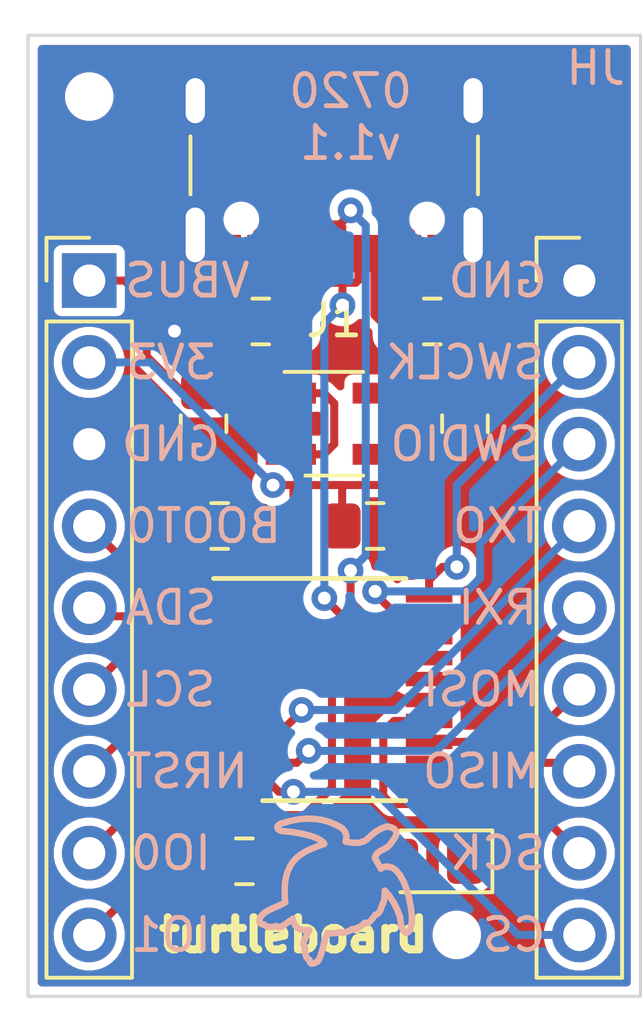
<source format=kicad_pcb>
(kicad_pcb (version 20171130) (host pcbnew "(5.1.5-0-10_14)")

  (general
    (thickness 1.6)
    (drawings 261)
    (tracks 200)
    (zones 0)
    (modules 15)
    (nets 27)
  )

  (page A4)
  (layers
    (0 F.Cu signal)
    (31 B.Cu signal)
    (32 B.Adhes user)
    (33 F.Adhes user)
    (34 B.Paste user)
    (35 F.Paste user)
    (36 B.SilkS user)
    (37 F.SilkS user)
    (38 B.Mask user)
    (39 F.Mask user)
    (40 Dwgs.User user)
    (41 Cmts.User user)
    (42 Eco1.User user)
    (43 Eco2.User user)
    (44 Edge.Cuts user)
    (45 Margin user)
    (46 B.CrtYd user)
    (47 F.CrtYd user)
    (48 B.Fab user)
    (49 F.Fab user)
  )

  (setup
    (last_trace_width 0.25)
    (trace_clearance 0.2)
    (zone_clearance 0.254)
    (zone_45_only no)
    (trace_min 0.2)
    (via_size 0.8)
    (via_drill 0.4)
    (via_min_size 0.4)
    (via_min_drill 0.3)
    (uvia_size 0.3)
    (uvia_drill 0.1)
    (uvias_allowed no)
    (uvia_min_size 0.2)
    (uvia_min_drill 0.1)
    (edge_width 0.05)
    (segment_width 0.2)
    (pcb_text_width 0.3)
    (pcb_text_size 1.5 1.5)
    (mod_edge_width 0.12)
    (mod_text_size 1 1)
    (mod_text_width 0.15)
    (pad_size 1 1)
    (pad_drill 1)
    (pad_to_mask_clearance 0.051)
    (solder_mask_min_width 0.25)
    (aux_axis_origin 0 0)
    (visible_elements FFFFFF7F)
    (pcbplotparams
      (layerselection 0x010fc_ffffffff)
      (usegerberextensions false)
      (usegerberattributes true)
      (usegerberadvancedattributes false)
      (creategerberjobfile false)
      (excludeedgelayer true)
      (linewidth 0.100000)
      (plotframeref false)
      (viasonmask false)
      (mode 1)
      (useauxorigin false)
      (hpglpennumber 1)
      (hpglpenspeed 20)
      (hpglpendiameter 15.000000)
      (psnegative false)
      (psa4output false)
      (plotreference true)
      (plotvalue true)
      (plotinvisibletext false)
      (padsonsilk false)
      (subtractmaskfromsilk false)
      (outputformat 1)
      (mirror false)
      (drillshape 0)
      (scaleselection 1)
      (outputdirectory "gerber/"))
  )

  (net 0 "")
  (net 1 GND)
  (net 2 VBUS)
  (net 3 +3V3)
  (net 4 "Net-(D1-Pad2)")
  (net 5 "Net-(D1-Pad1)")
  (net 6 /USB_D+)
  (net 7 "Net-(J1-PadB5)")
  (net 8 "Net-(J1-PadB8)")
  (net 9 /USB_D-)
  (net 10 "Net-(J1-PadA8)")
  (net 11 "Net-(J1-PadA5)")
  (net 12 /GPIO0)
  (net 13 /NRST)
  (net 14 /I2C_SCL)
  (net 15 /I2C_SDA)
  (net 16 /BOOT0)
  (net 17 /GPIO1)
  (net 18 /USART_TXO)
  (net 19 /USART_RXI)
  (net 20 /SPI_CS)
  (net 21 /SPI_SCK)
  (net 22 /SPI_MISO)
  (net 23 /SPI_MOSI)
  (net 24 "Net-(U1-Pad4)")
  (net 25 /SWCLK)
  (net 26 /SWDIO)

  (net_class Default "This is the default net class."
    (clearance 0.2)
    (trace_width 0.25)
    (via_dia 0.8)
    (via_drill 0.4)
    (uvia_dia 0.3)
    (uvia_drill 0.1)
    (add_net +3V3)
    (add_net /BOOT0)
    (add_net /GPIO0)
    (add_net /GPIO1)
    (add_net /I2C_SCL)
    (add_net /I2C_SDA)
    (add_net /NRST)
    (add_net /SPI_CS)
    (add_net /SPI_MISO)
    (add_net /SPI_MOSI)
    (add_net /SPI_SCK)
    (add_net /SWCLK)
    (add_net /SWDIO)
    (add_net /USART_RXI)
    (add_net /USART_TXO)
    (add_net /USB_D+)
    (add_net /USB_D-)
    (add_net GND)
    (add_net "Net-(D1-Pad1)")
    (add_net "Net-(D1-Pad2)")
    (add_net "Net-(J1-PadA5)")
    (add_net "Net-(J1-PadA8)")
    (add_net "Net-(J1-PadB5)")
    (add_net "Net-(J1-PadB8)")
    (add_net "Net-(U1-Pad4)")
    (add_net VBUS)
  )

  (module Connector_USB:USB_C_Receptacle_Palconn_UTC16-G (layer F.Cu) (tedit 5E49136E) (tstamp 5DFDE751)
    (at 203.198 98.252 180)
    (descr http://www.palpilot.com/wp-content/uploads/2017/05/UTC027-GKN-OR-Rev-A.pdf)
    (tags "USB C Type-C Receptacle USB2.0")
    (path /5DFD6E03)
    (attr smd)
    (fp_text reference J1 (at 0 -4.58 180) (layer F.SilkS)
      (effects (font (size 1 1) (thickness 0.15)))
    )
    (fp_text value USB_C_Receptacle_USB2.0 (at 0 6.24 180) (layer F.Fab) hide
      (effects (font (size 1 1) (thickness 0.15)))
    )
    (fp_text user "PCB Edge" (at 0 3.43 180) (layer Dwgs.User) hide
      (effects (font (size 1 1) (thickness 0.15)))
    )
    (fp_line (start -4.47 -2.48) (end 4.47 -2.48) (layer F.Fab) (width 0.1))
    (fp_line (start 4.47 -2.48) (end 4.47 4.84) (layer F.Fab) (width 0.1))
    (fp_line (start 4.47 4.84) (end -4.47 4.84) (layer F.Fab) (width 0.1))
    (fp_line (start -4.47 -2.48) (end -4.47 4.84) (layer F.Fab) (width 0.1))
    (fp_text user %R (at 0 1.18 180) (layer F.Fab)
      (effects (font (size 1 1) (thickness 0.15)))
    )
    (fp_line (start -5.27 5.34) (end 5.27 5.34) (layer F.CrtYd) (width 0.05))
    (fp_line (start -5.27 -3.59) (end -5.27 5.34) (layer F.CrtYd) (width 0.05))
    (fp_line (start 5.27 -3.59) (end -5.27 -3.59) (layer F.CrtYd) (width 0.05))
    (fp_line (start 5.27 5.34) (end 5.27 -3.59) (layer F.CrtYd) (width 0.05))
    (fp_line (start -4.47 4.34) (end 4.47 4.34) (layer Dwgs.User) (width 0.1))
    (fp_line (start -4.47 -0.67) (end -4.47 1.13) (layer F.SilkS) (width 0.12))
    (fp_line (start 4.47 -0.67) (end 4.47 1.13) (layer F.SilkS) (width 0.12))
    (pad A12 smd rect (at 3.2 -2.51 180) (size 0.6 1.16) (layers F.Cu F.Paste F.Mask)
      (net 1 GND))
    (pad A9 smd rect (at 2.4 -2.51 180) (size 0.6 1.16) (layers F.Cu F.Paste F.Mask)
      (net 2 VBUS))
    (pad B1 smd rect (at 3.2 -2.51 180) (size 0.6 1.16) (layers F.Cu F.Paste F.Mask)
      (net 1 GND))
    (pad B4 smd rect (at 2.4 -2.51 180) (size 0.6 1.16) (layers F.Cu F.Paste F.Mask)
      (net 2 VBUS))
    (pad B12 smd rect (at -3.2 -2.51 180) (size 0.6 1.16) (layers F.Cu F.Paste F.Mask)
      (net 1 GND))
    (pad A1 smd rect (at -3.2 -2.51 180) (size 0.6 1.16) (layers F.Cu F.Paste F.Mask)
      (net 1 GND))
    (pad B9 smd rect (at -2.4 -2.51 180) (size 0.6 1.16) (layers F.Cu F.Paste F.Mask)
      (net 2 VBUS))
    (pad A4 smd rect (at -2.4 -2.51 180) (size 0.6 1.16) (layers F.Cu F.Paste F.Mask)
      (net 2 VBUS))
    (pad "" np_thru_hole circle (at -2.89 -1.45) (size 0.6 0.6) (drill 0.6) (layers *.Cu *.Mask))
    (pad "" np_thru_hole circle (at 2.89 -1.45) (size 0.6 0.6) (drill 0.6) (layers *.Cu *.Mask))
    (pad B5 smd rect (at 1.75 -2.51) (size 0.3 1.16) (layers F.Cu F.Paste F.Mask)
      (net 7 "Net-(J1-PadB5)"))
    (pad B6 smd rect (at 0.75 -2.51) (size 0.3 1.16) (layers F.Cu F.Paste F.Mask)
      (net 6 /USB_D+))
    (pad A8 smd rect (at 1.25 -2.51) (size 0.3 1.16) (layers F.Cu F.Paste F.Mask)
      (net 10 "Net-(J1-PadA8)"))
    (pad A5 smd rect (at -1.25 -2.51) (size 0.3 1.16) (layers F.Cu F.Paste F.Mask)
      (net 11 "Net-(J1-PadA5)"))
    (pad B8 smd rect (at -1.75 -2.51) (size 0.3 1.16) (layers F.Cu F.Paste F.Mask)
      (net 8 "Net-(J1-PadB8)"))
    (pad A7 smd rect (at 0.25 -2.51) (size 0.3 1.16) (layers F.Cu F.Paste F.Mask)
      (net 9 /USB_D-))
    (pad A6 smd rect (at -0.25 -2.51) (size 0.3 1.16) (layers F.Cu F.Paste F.Mask)
      (net 6 /USB_D+))
    (pad B7 smd rect (at -0.75 -2.51) (size 0.3 1.16) (layers F.Cu F.Paste F.Mask)
      (net 9 /USB_D-))
    (pad S1 thru_hole oval (at 4.32 2.24 270) (size 1.7 0.9) (drill oval 1.4 0.6) (layers *.Cu *.Mask)
      (net 1 GND))
    (pad S1 thru_hole oval (at -4.32 2.24 270) (size 1.7 0.9) (drill oval 1.4 0.6) (layers *.Cu *.Mask)
      (net 1 GND))
    (pad S1 thru_hole oval (at 4.32 -1.93 270) (size 2 0.9) (drill oval 1.7 0.6) (layers *.Cu *.Mask)
      (net 1 GND))
    (pad S1 thru_hole oval (at -4.32 -1.93 270) (size 2 0.9) (drill oval 1.7 0.6) (layers *.Cu *.Mask)
      (net 1 GND))
    (model ${KISYS3DMOD}/Connector_USB.3dshapes/USB_C_Receptacle_Palconn_UTC16-G.wrl
      (at (xyz 0 0 0))
      (scale (xyz 1 1 1))
      (rotate (xyz 0 0 0))
    )
  )

  (module MountingHole:MountingHole_2.5mm (layer F.Cu) (tedit 5DFDE902) (tstamp 5DFEBE85)
    (at 207.01 121.92)
    (descr "Mounting Hole 2.5mm, no annular")
    (tags "mounting hole 2.5mm no annular")
    (attr virtual)
    (fp_text reference REF** (at 0 -3.5) (layer F.SilkS) hide
      (effects (font (size 1 1) (thickness 0.15)))
    )
    (fp_text value MountingHole_2.5mm (at 0 3.5) (layer F.Fab) hide
      (effects (font (size 1 1) (thickness 0.15)))
    )
    (fp_text user %R (at 0.3 0) (layer F.Fab) hide
      (effects (font (size 1 1) (thickness 0.15)))
    )
    (fp_circle (center 0 0) (end 2.5 0) (layer Cmts.User) (width 0.15))
    (fp_circle (center 0 0) (end 2.75 0) (layer F.CrtYd) (width 0.05))
    (pad "" np_thru_hole circle (at 0 0) (size 1 1) (drill 1) (layers *.Cu *.Mask))
  )

  (module MountingHole:MountingHole_2.5mm (layer F.Cu) (tedit 5DFDE902) (tstamp 5DFEBE14)
    (at 195.58 95.885)
    (descr "Mounting Hole 2.5mm, no annular")
    (tags "mounting hole 2.5mm no annular")
    (attr virtual)
    (fp_text reference REF** (at 0 -3.5) (layer F.SilkS) hide
      (effects (font (size 1 1) (thickness 0.15)))
    )
    (fp_text value MountingHole_2.5mm (at 0 3.5) (layer F.Fab) hide
      (effects (font (size 1 1) (thickness 0.15)))
    )
    (fp_circle (center 0 0) (end 2.75 0) (layer F.CrtYd) (width 0.05))
    (fp_circle (center 0 0) (end 2.5 0) (layer Cmts.User) (width 0.15))
    (fp_text user %R (at 0.3 0) (layer F.Fab) hide
      (effects (font (size 1 1) (thickness 0.15)))
    )
    (pad "" np_thru_hole circle (at 0 0) (size 1 1) (drill 1) (layers *.Cu *.Mask))
  )

  (module Package_SO:TSSOP-20_4.4x6.5mm_P0.65mm (layer F.Cu) (tedit 5A02F25C) (tstamp 5DFDE7F5)
    (at 203.2 114.3)
    (descr "20-Lead Plastic Thin Shrink Small Outline (ST)-4.4 mm Body [TSSOP] (see Microchip Packaging Specification 00000049BS.pdf)")
    (tags "SSOP 0.65")
    (path /5DFD5BEF)
    (attr smd)
    (fp_text reference U2 (at 0 -1.524) (layer F.SilkS) hide
      (effects (font (size 1 1) (thickness 0.15)))
    )
    (fp_text value STM32F042F6Px (at 0 4.3) (layer F.Fab) hide
      (effects (font (size 1 1) (thickness 0.15)))
    )
    (fp_text user %R (at 0 0) (layer F.Fab)
      (effects (font (size 0.8 0.8) (thickness 0.15)))
    )
    (fp_line (start -3.75 -3.45) (end 2.225 -3.45) (layer F.SilkS) (width 0.15))
    (fp_line (start -2.225 3.45) (end 2.225 3.45) (layer F.SilkS) (width 0.15))
    (fp_line (start -3.95 3.55) (end 3.95 3.55) (layer F.CrtYd) (width 0.05))
    (fp_line (start -3.95 -3.55) (end 3.95 -3.55) (layer F.CrtYd) (width 0.05))
    (fp_line (start 3.95 -3.55) (end 3.95 3.55) (layer F.CrtYd) (width 0.05))
    (fp_line (start -3.95 -3.55) (end -3.95 3.55) (layer F.CrtYd) (width 0.05))
    (fp_line (start -2.2 -2.25) (end -1.2 -3.25) (layer F.Fab) (width 0.15))
    (fp_line (start -2.2 3.25) (end -2.2 -2.25) (layer F.Fab) (width 0.15))
    (fp_line (start 2.2 3.25) (end -2.2 3.25) (layer F.Fab) (width 0.15))
    (fp_line (start 2.2 -3.25) (end 2.2 3.25) (layer F.Fab) (width 0.15))
    (fp_line (start -1.2 -3.25) (end 2.2 -3.25) (layer F.Fab) (width 0.15))
    (pad 20 smd rect (at 2.95 -2.925) (size 1.45 0.45) (layers F.Cu F.Paste F.Mask)
      (net 25 /SWCLK))
    (pad 19 smd rect (at 2.95 -2.275) (size 1.45 0.45) (layers F.Cu F.Paste F.Mask)
      (net 26 /SWDIO))
    (pad 18 smd rect (at 2.95 -1.625) (size 1.45 0.45) (layers F.Cu F.Paste F.Mask)
      (net 6 /USB_D+))
    (pad 17 smd rect (at 2.95 -0.975) (size 1.45 0.45) (layers F.Cu F.Paste F.Mask)
      (net 9 /USB_D-))
    (pad 16 smd rect (at 2.95 -0.325) (size 1.45 0.45) (layers F.Cu F.Paste F.Mask)
      (net 3 +3V3))
    (pad 15 smd rect (at 2.95 0.325) (size 1.45 0.45) (layers F.Cu F.Paste F.Mask)
      (net 1 GND))
    (pad 14 smd rect (at 2.95 0.975) (size 1.45 0.45) (layers F.Cu F.Paste F.Mask)
      (net 5 "Net-(D1-Pad1)"))
    (pad 13 smd rect (at 2.95 1.625) (size 1.45 0.45) (layers F.Cu F.Paste F.Mask)
      (net 23 /SPI_MOSI))
    (pad 12 smd rect (at 2.95 2.275) (size 1.45 0.45) (layers F.Cu F.Paste F.Mask)
      (net 22 /SPI_MISO))
    (pad 11 smd rect (at 2.95 2.925) (size 1.45 0.45) (layers F.Cu F.Paste F.Mask)
      (net 21 /SPI_SCK))
    (pad 10 smd rect (at -2.95 2.925) (size 1.45 0.45) (layers F.Cu F.Paste F.Mask)
      (net 20 /SPI_CS))
    (pad 9 smd rect (at -2.95 2.275) (size 1.45 0.45) (layers F.Cu F.Paste F.Mask)
      (net 19 /USART_RXI))
    (pad 8 smd rect (at -2.95 1.625) (size 1.45 0.45) (layers F.Cu F.Paste F.Mask)
      (net 18 /USART_TXO))
    (pad 7 smd rect (at -2.95 0.975) (size 1.45 0.45) (layers F.Cu F.Paste F.Mask)
      (net 17 /GPIO1))
    (pad 6 smd rect (at -2.95 0.325) (size 1.45 0.45) (layers F.Cu F.Paste F.Mask)
      (net 12 /GPIO0))
    (pad 5 smd rect (at -2.95 -0.325) (size 1.45 0.45) (layers F.Cu F.Paste F.Mask)
      (net 3 +3V3))
    (pad 4 smd rect (at -2.95 -0.975) (size 1.45 0.45) (layers F.Cu F.Paste F.Mask)
      (net 13 /NRST))
    (pad 3 smd rect (at -2.95 -1.625) (size 1.45 0.45) (layers F.Cu F.Paste F.Mask)
      (net 14 /I2C_SCL))
    (pad 2 smd rect (at -2.95 -2.275) (size 1.45 0.45) (layers F.Cu F.Paste F.Mask)
      (net 15 /I2C_SDA))
    (pad 1 smd rect (at -2.95 -2.925) (size 1.45 0.45) (layers F.Cu F.Paste F.Mask)
      (net 16 /BOOT0))
    (model ${KISYS3DMOD}/Package_SO.3dshapes/TSSOP-20_4.4x6.5mm_P0.65mm.wrl
      (at (xyz 0 0 0))
      (scale (xyz 1 1 1))
      (rotate (xyz 0 0 0))
    )
  )

  (module Connector_PinHeader_2.54mm:PinHeader_1x09_P2.54mm_Vertical (layer F.Cu) (tedit 59FED5CC) (tstamp 5DFEB403)
    (at 210.82 101.6)
    (descr "Through hole straight pin header, 1x09, 2.54mm pitch, single row")
    (tags "Through hole pin header THT 1x09 2.54mm single row")
    (path /5E054A3A)
    (fp_text reference J3 (at 0 -2.33) (layer F.SilkS) hide
      (effects (font (size 1 1) (thickness 0.15)))
    )
    (fp_text value Conn_01x09 (at 0 22.65) (layer F.Fab) hide
      (effects (font (size 1 1) (thickness 0.15)))
    )
    (fp_text user %R (at 0 10.16 90) (layer F.Fab)
      (effects (font (size 1 1) (thickness 0.15)))
    )
    (fp_line (start 1.8 -1.8) (end -1.8 -1.8) (layer F.CrtYd) (width 0.05))
    (fp_line (start 1.8 22.1) (end 1.8 -1.8) (layer F.CrtYd) (width 0.05))
    (fp_line (start -1.8 22.1) (end 1.8 22.1) (layer F.CrtYd) (width 0.05))
    (fp_line (start -1.8 -1.8) (end -1.8 22.1) (layer F.CrtYd) (width 0.05))
    (fp_line (start -1.33 -1.33) (end 0 -1.33) (layer F.SilkS) (width 0.12))
    (fp_line (start -1.33 0) (end -1.33 -1.33) (layer F.SilkS) (width 0.12))
    (fp_line (start -1.33 1.27) (end 1.33 1.27) (layer F.SilkS) (width 0.12))
    (fp_line (start 1.33 1.27) (end 1.33 21.65) (layer F.SilkS) (width 0.12))
    (fp_line (start -1.33 1.27) (end -1.33 21.65) (layer F.SilkS) (width 0.12))
    (fp_line (start -1.33 21.65) (end 1.33 21.65) (layer F.SilkS) (width 0.12))
    (fp_line (start -1.27 -0.635) (end -0.635 -1.27) (layer F.Fab) (width 0.1))
    (fp_line (start -1.27 21.59) (end -1.27 -0.635) (layer F.Fab) (width 0.1))
    (fp_line (start 1.27 21.59) (end -1.27 21.59) (layer F.Fab) (width 0.1))
    (fp_line (start 1.27 -1.27) (end 1.27 21.59) (layer F.Fab) (width 0.1))
    (fp_line (start -0.635 -1.27) (end 1.27 -1.27) (layer F.Fab) (width 0.1))
    (pad 9 thru_hole oval (at 0 20.32) (size 1.7 1.7) (drill 1) (layers *.Cu *.Mask)
      (net 20 /SPI_CS))
    (pad 8 thru_hole oval (at 0 17.78) (size 1.7 1.7) (drill 1) (layers *.Cu *.Mask)
      (net 21 /SPI_SCK))
    (pad 7 thru_hole oval (at 0 15.24) (size 1.7 1.7) (drill 1) (layers *.Cu *.Mask)
      (net 22 /SPI_MISO))
    (pad 6 thru_hole oval (at 0 12.7) (size 1.7 1.7) (drill 1) (layers *.Cu *.Mask)
      (net 23 /SPI_MOSI))
    (pad 5 thru_hole oval (at 0 10.16) (size 1.7 1.7) (drill 1) (layers *.Cu *.Mask)
      (net 19 /USART_RXI))
    (pad 4 thru_hole oval (at 0 7.62) (size 1.7 1.7) (drill 1) (layers *.Cu *.Mask)
      (net 18 /USART_TXO))
    (pad 3 thru_hole oval (at 0 5.08) (size 1.7 1.7) (drill 1) (layers *.Cu *.Mask)
      (net 26 /SWDIO))
    (pad 2 thru_hole oval (at 0 2.54) (size 1.7 1.7) (drill 1) (layers *.Cu *.Mask)
      (net 25 /SWCLK))
    (pad 1 thru_hole rect (at 0 0) (size 1.7 1.7) (drill 1) (layers *.Cu *.Mask)
      (net 1 GND))
    (model ${KISYS3DMOD}/Connector_PinHeader_2.54mm.3dshapes/PinHeader_1x09_P2.54mm_Vertical.wrl
      (at (xyz 0 0 0))
      (scale (xyz 1 1 1))
      (rotate (xyz 0 0 0))
    )
  )

  (module Connector_PinHeader_2.54mm:PinHeader_1x09_P2.54mm_Vertical (layer F.Cu) (tedit 59FED5CC) (tstamp 5DFEAD14)
    (at 195.58 101.6)
    (descr "Through hole straight pin header, 1x09, 2.54mm pitch, single row")
    (tags "Through hole pin header THT 1x09 2.54mm single row")
    (path /5E05A873)
    (fp_text reference J2 (at 0 -2.33) (layer F.SilkS) hide
      (effects (font (size 1 1) (thickness 0.15)))
    )
    (fp_text value Conn_01x09 (at 0 22.65) (layer F.Fab) hide
      (effects (font (size 1 1) (thickness 0.15)))
    )
    (fp_text user %R (at 0 10.16 90) (layer F.Fab)
      (effects (font (size 1 1) (thickness 0.15)))
    )
    (fp_line (start 1.8 -1.8) (end -1.8 -1.8) (layer F.CrtYd) (width 0.05))
    (fp_line (start 1.8 22.1) (end 1.8 -1.8) (layer F.CrtYd) (width 0.05))
    (fp_line (start -1.8 22.1) (end 1.8 22.1) (layer F.CrtYd) (width 0.05))
    (fp_line (start -1.8 -1.8) (end -1.8 22.1) (layer F.CrtYd) (width 0.05))
    (fp_line (start -1.33 -1.33) (end 0 -1.33) (layer F.SilkS) (width 0.12))
    (fp_line (start -1.33 0) (end -1.33 -1.33) (layer F.SilkS) (width 0.12))
    (fp_line (start -1.33 1.27) (end 1.33 1.27) (layer F.SilkS) (width 0.12))
    (fp_line (start 1.33 1.27) (end 1.33 21.65) (layer F.SilkS) (width 0.12))
    (fp_line (start -1.33 1.27) (end -1.33 21.65) (layer F.SilkS) (width 0.12))
    (fp_line (start -1.33 21.65) (end 1.33 21.65) (layer F.SilkS) (width 0.12))
    (fp_line (start -1.27 -0.635) (end -0.635 -1.27) (layer F.Fab) (width 0.1))
    (fp_line (start -1.27 21.59) (end -1.27 -0.635) (layer F.Fab) (width 0.1))
    (fp_line (start 1.27 21.59) (end -1.27 21.59) (layer F.Fab) (width 0.1))
    (fp_line (start 1.27 -1.27) (end 1.27 21.59) (layer F.Fab) (width 0.1))
    (fp_line (start -0.635 -1.27) (end 1.27 -1.27) (layer F.Fab) (width 0.1))
    (pad 9 thru_hole oval (at 0 20.32) (size 1.7 1.7) (drill 1) (layers *.Cu *.Mask)
      (net 17 /GPIO1))
    (pad 8 thru_hole oval (at 0 17.78) (size 1.7 1.7) (drill 1) (layers *.Cu *.Mask)
      (net 12 /GPIO0))
    (pad 7 thru_hole oval (at 0 15.24) (size 1.7 1.7) (drill 1) (layers *.Cu *.Mask)
      (net 13 /NRST))
    (pad 6 thru_hole oval (at 0 12.7) (size 1.7 1.7) (drill 1) (layers *.Cu *.Mask)
      (net 14 /I2C_SCL))
    (pad 5 thru_hole oval (at 0 10.16) (size 1.7 1.7) (drill 1) (layers *.Cu *.Mask)
      (net 15 /I2C_SDA))
    (pad 4 thru_hole oval (at 0 7.62) (size 1.7 1.7) (drill 1) (layers *.Cu *.Mask)
      (net 16 /BOOT0))
    (pad 3 thru_hole oval (at 0 5.08) (size 1.7 1.7) (drill 1) (layers *.Cu *.Mask)
      (net 1 GND))
    (pad 2 thru_hole oval (at 0 2.54) (size 1.7 1.7) (drill 1) (layers *.Cu *.Mask)
      (net 3 +3V3))
    (pad 1 thru_hole rect (at 0 0) (size 1.7 1.7) (drill 1) (layers *.Cu *.Mask)
      (net 2 VBUS))
    (model ${KISYS3DMOD}/Connector_PinHeader_2.54mm.3dshapes/PinHeader_1x09_P2.54mm_Vertical.wrl
      (at (xyz 0 0 0))
      (scale (xyz 1 1 1))
      (rotate (xyz 0 0 0))
    )
  )

  (module Resistor_SMD:R_0805_2012Metric_Pad1.15x1.40mm_HandSolder (layer F.Cu) (tedit 5B36C52B) (tstamp 5DFE1C12)
    (at 199.635 109.22 180)
    (descr "Resistor SMD 0805 (2012 Metric), square (rectangular) end terminal, IPC_7351 nominal with elongated pad for handsoldering. (Body size source: https://docs.google.com/spreadsheets/d/1BsfQQcO9C6DZCsRaXUlFlo91Tg2WpOkGARC1WS5S8t0/edit?usp=sharing), generated with kicad-footprint-generator")
    (tags "resistor handsolder")
    (path /5E015E0A)
    (attr smd)
    (fp_text reference R4 (at 0 -1.65) (layer F.SilkS) hide
      (effects (font (size 1 1) (thickness 0.15)))
    )
    (fp_text value 10k (at 0 1.65) (layer F.Fab) hide
      (effects (font (size 1 1) (thickness 0.15)))
    )
    (fp_text user %R (at 0 0) (layer F.Fab)
      (effects (font (size 0.5 0.5) (thickness 0.08)))
    )
    (fp_line (start 1.85 0.95) (end -1.85 0.95) (layer F.CrtYd) (width 0.05))
    (fp_line (start 1.85 -0.95) (end 1.85 0.95) (layer F.CrtYd) (width 0.05))
    (fp_line (start -1.85 -0.95) (end 1.85 -0.95) (layer F.CrtYd) (width 0.05))
    (fp_line (start -1.85 0.95) (end -1.85 -0.95) (layer F.CrtYd) (width 0.05))
    (fp_line (start -0.261252 0.71) (end 0.261252 0.71) (layer F.SilkS) (width 0.12))
    (fp_line (start -0.261252 -0.71) (end 0.261252 -0.71) (layer F.SilkS) (width 0.12))
    (fp_line (start 1 0.6) (end -1 0.6) (layer F.Fab) (width 0.1))
    (fp_line (start 1 -0.6) (end 1 0.6) (layer F.Fab) (width 0.1))
    (fp_line (start -1 -0.6) (end 1 -0.6) (layer F.Fab) (width 0.1))
    (fp_line (start -1 0.6) (end -1 -0.6) (layer F.Fab) (width 0.1))
    (pad 2 smd roundrect (at 1.025 0 180) (size 1.15 1.4) (layers F.Cu F.Paste F.Mask) (roundrect_rratio 0.217391)
      (net 16 /BOOT0))
    (pad 1 smd roundrect (at -1.025 0 180) (size 1.15 1.4) (layers F.Cu F.Paste F.Mask) (roundrect_rratio 0.217391)
      (net 1 GND))
    (model ${KISYS3DMOD}/Resistor_SMD.3dshapes/R_0805_2012Metric.wrl
      (at (xyz 0 0 0))
      (scale (xyz 1 1 1))
      (rotate (xyz 0 0 0))
    )
  )

  (module Resistor_SMD:R_0805_2012Metric_Pad1.15x1.40mm_HandSolder (layer F.Cu) (tedit 5B36C52B) (tstamp 5DFDE7BC)
    (at 200.406 119.634)
    (descr "Resistor SMD 0805 (2012 Metric), square (rectangular) end terminal, IPC_7351 nominal with elongated pad for handsoldering. (Body size source: https://docs.google.com/spreadsheets/d/1BsfQQcO9C6DZCsRaXUlFlo91Tg2WpOkGARC1WS5S8t0/edit?usp=sharing), generated with kicad-footprint-generator")
    (tags "resistor handsolder")
    (path /5DFF245C)
    (attr smd)
    (fp_text reference R3 (at 0 -1.65) (layer F.SilkS) hide
      (effects (font (size 1 1) (thickness 0.15)))
    )
    (fp_text value 1k (at 0 1.65) (layer F.Fab) hide
      (effects (font (size 1 1) (thickness 0.15)))
    )
    (fp_text user %R (at 0 0) (layer F.Fab)
      (effects (font (size 0.5 0.5) (thickness 0.08)))
    )
    (fp_line (start 1.85 0.95) (end -1.85 0.95) (layer F.CrtYd) (width 0.05))
    (fp_line (start 1.85 -0.95) (end 1.85 0.95) (layer F.CrtYd) (width 0.05))
    (fp_line (start -1.85 -0.95) (end 1.85 -0.95) (layer F.CrtYd) (width 0.05))
    (fp_line (start -1.85 0.95) (end -1.85 -0.95) (layer F.CrtYd) (width 0.05))
    (fp_line (start -0.261252 0.71) (end 0.261252 0.71) (layer F.SilkS) (width 0.12))
    (fp_line (start -0.261252 -0.71) (end 0.261252 -0.71) (layer F.SilkS) (width 0.12))
    (fp_line (start 1 0.6) (end -1 0.6) (layer F.Fab) (width 0.1))
    (fp_line (start 1 -0.6) (end 1 0.6) (layer F.Fab) (width 0.1))
    (fp_line (start -1 -0.6) (end 1 -0.6) (layer F.Fab) (width 0.1))
    (fp_line (start -1 0.6) (end -1 -0.6) (layer F.Fab) (width 0.1))
    (pad 2 smd roundrect (at 1.025 0) (size 1.15 1.4) (layers F.Cu F.Paste F.Mask) (roundrect_rratio 0.217391)
      (net 4 "Net-(D1-Pad2)"))
    (pad 1 smd roundrect (at -1.025 0) (size 1.15 1.4) (layers F.Cu F.Paste F.Mask) (roundrect_rratio 0.217391)
      (net 3 +3V3))
    (model ${KISYS3DMOD}/Resistor_SMD.3dshapes/R_0805_2012Metric.wrl
      (at (xyz 0 0 0))
      (scale (xyz 1 1 1))
      (rotate (xyz 0 0 0))
    )
  )

  (module Resistor_SMD:R_0805_2012Metric_Pad1.15x1.40mm_HandSolder (layer F.Cu) (tedit 5B36C52B) (tstamp 5DFDE7AB)
    (at 206.248 102.87 180)
    (descr "Resistor SMD 0805 (2012 Metric), square (rectangular) end terminal, IPC_7351 nominal with elongated pad for handsoldering. (Body size source: https://docs.google.com/spreadsheets/d/1BsfQQcO9C6DZCsRaXUlFlo91Tg2WpOkGARC1WS5S8t0/edit?usp=sharing), generated with kicad-footprint-generator")
    (tags "resistor handsolder")
    (path /5DFDD1D9)
    (attr smd)
    (fp_text reference R2 (at 0 -1.65) (layer F.SilkS) hide
      (effects (font (size 1 1) (thickness 0.15)))
    )
    (fp_text value 5.1k (at 0 1.65) (layer F.Fab) hide
      (effects (font (size 1 1) (thickness 0.15)))
    )
    (fp_text user %R (at 0 0) (layer F.Fab)
      (effects (font (size 0.5 0.5) (thickness 0.08)))
    )
    (fp_line (start 1.85 0.95) (end -1.85 0.95) (layer F.CrtYd) (width 0.05))
    (fp_line (start 1.85 -0.95) (end 1.85 0.95) (layer F.CrtYd) (width 0.05))
    (fp_line (start -1.85 -0.95) (end 1.85 -0.95) (layer F.CrtYd) (width 0.05))
    (fp_line (start -1.85 0.95) (end -1.85 -0.95) (layer F.CrtYd) (width 0.05))
    (fp_line (start -0.261252 0.71) (end 0.261252 0.71) (layer F.SilkS) (width 0.12))
    (fp_line (start -0.261252 -0.71) (end 0.261252 -0.71) (layer F.SilkS) (width 0.12))
    (fp_line (start 1 0.6) (end -1 0.6) (layer F.Fab) (width 0.1))
    (fp_line (start 1 -0.6) (end 1 0.6) (layer F.Fab) (width 0.1))
    (fp_line (start -1 -0.6) (end 1 -0.6) (layer F.Fab) (width 0.1))
    (fp_line (start -1 0.6) (end -1 -0.6) (layer F.Fab) (width 0.1))
    (pad 2 smd roundrect (at 1.025 0 180) (size 1.15 1.4) (layers F.Cu F.Paste F.Mask) (roundrect_rratio 0.217391)
      (net 11 "Net-(J1-PadA5)"))
    (pad 1 smd roundrect (at -1.025 0 180) (size 1.15 1.4) (layers F.Cu F.Paste F.Mask) (roundrect_rratio 0.217391)
      (net 1 GND))
    (model ${KISYS3DMOD}/Resistor_SMD.3dshapes/R_0805_2012Metric.wrl
      (at (xyz 0 0 0))
      (scale (xyz 1 1 1))
      (rotate (xyz 0 0 0))
    )
  )

  (module Resistor_SMD:R_0805_2012Metric_Pad1.15x1.40mm_HandSolder (layer F.Cu) (tedit 5B36C52B) (tstamp 5DFDE79A)
    (at 200.914 102.87)
    (descr "Resistor SMD 0805 (2012 Metric), square (rectangular) end terminal, IPC_7351 nominal with elongated pad for handsoldering. (Body size source: https://docs.google.com/spreadsheets/d/1BsfQQcO9C6DZCsRaXUlFlo91Tg2WpOkGARC1WS5S8t0/edit?usp=sharing), generated with kicad-footprint-generator")
    (tags "resistor handsolder")
    (path /5DFDE9E1)
    (attr smd)
    (fp_text reference R1 (at 0 -1.65) (layer F.SilkS) hide
      (effects (font (size 1 1) (thickness 0.15)))
    )
    (fp_text value 5.1k (at 0 1.65) (layer F.Fab) hide
      (effects (font (size 1 1) (thickness 0.15)))
    )
    (fp_text user %R (at 0 0) (layer F.Fab)
      (effects (font (size 0.5 0.5) (thickness 0.08)))
    )
    (fp_line (start 1.85 0.95) (end -1.85 0.95) (layer F.CrtYd) (width 0.05))
    (fp_line (start 1.85 -0.95) (end 1.85 0.95) (layer F.CrtYd) (width 0.05))
    (fp_line (start -1.85 -0.95) (end 1.85 -0.95) (layer F.CrtYd) (width 0.05))
    (fp_line (start -1.85 0.95) (end -1.85 -0.95) (layer F.CrtYd) (width 0.05))
    (fp_line (start -0.261252 0.71) (end 0.261252 0.71) (layer F.SilkS) (width 0.12))
    (fp_line (start -0.261252 -0.71) (end 0.261252 -0.71) (layer F.SilkS) (width 0.12))
    (fp_line (start 1 0.6) (end -1 0.6) (layer F.Fab) (width 0.1))
    (fp_line (start 1 -0.6) (end 1 0.6) (layer F.Fab) (width 0.1))
    (fp_line (start -1 -0.6) (end 1 -0.6) (layer F.Fab) (width 0.1))
    (fp_line (start -1 0.6) (end -1 -0.6) (layer F.Fab) (width 0.1))
    (pad 2 smd roundrect (at 1.025 0) (size 1.15 1.4) (layers F.Cu F.Paste F.Mask) (roundrect_rratio 0.217391)
      (net 7 "Net-(J1-PadB5)"))
    (pad 1 smd roundrect (at -1.025 0) (size 1.15 1.4) (layers F.Cu F.Paste F.Mask) (roundrect_rratio 0.217391)
      (net 1 GND))
    (model ${KISYS3DMOD}/Resistor_SMD.3dshapes/R_0805_2012Metric.wrl
      (at (xyz 0 0 0))
      (scale (xyz 1 1 1))
      (rotate (xyz 0 0 0))
    )
  )

  (module LED_SMD:LED_0805_2012Metric_Pad1.15x1.40mm_HandSolder (layer F.Cu) (tedit 5B4B45C9) (tstamp 5DFDE728)
    (at 206.257 119.634 180)
    (descr "LED SMD 0805 (2012 Metric), square (rectangular) end terminal, IPC_7351 nominal, (Body size source: https://docs.google.com/spreadsheets/d/1BsfQQcO9C6DZCsRaXUlFlo91Tg2WpOkGARC1WS5S8t0/edit?usp=sharing), generated with kicad-footprint-generator")
    (tags "LED handsolder")
    (path /5DFEDA62)
    (attr smd)
    (fp_text reference D1 (at 0 -1.65) (layer F.SilkS) hide
      (effects (font (size 1 1) (thickness 0.15)))
    )
    (fp_text value LED (at 0 1.65) (layer F.Fab) hide
      (effects (font (size 1 1) (thickness 0.15)))
    )
    (fp_text user %R (at 0 0) (layer F.Fab)
      (effects (font (size 0.5 0.5) (thickness 0.08)))
    )
    (fp_line (start 1.85 0.95) (end -1.85 0.95) (layer F.CrtYd) (width 0.05))
    (fp_line (start 1.85 -0.95) (end 1.85 0.95) (layer F.CrtYd) (width 0.05))
    (fp_line (start -1.85 -0.95) (end 1.85 -0.95) (layer F.CrtYd) (width 0.05))
    (fp_line (start -1.85 0.95) (end -1.85 -0.95) (layer F.CrtYd) (width 0.05))
    (fp_line (start -1.86 0.96) (end 1 0.96) (layer F.SilkS) (width 0.12))
    (fp_line (start -1.86 -0.96) (end -1.86 0.96) (layer F.SilkS) (width 0.12))
    (fp_line (start 1 -0.96) (end -1.86 -0.96) (layer F.SilkS) (width 0.12))
    (fp_line (start 1 0.6) (end 1 -0.6) (layer F.Fab) (width 0.1))
    (fp_line (start -1 0.6) (end 1 0.6) (layer F.Fab) (width 0.1))
    (fp_line (start -1 -0.3) (end -1 0.6) (layer F.Fab) (width 0.1))
    (fp_line (start -0.7 -0.6) (end -1 -0.3) (layer F.Fab) (width 0.1))
    (fp_line (start 1 -0.6) (end -0.7 -0.6) (layer F.Fab) (width 0.1))
    (pad 2 smd roundrect (at 1.025 0 180) (size 1.15 1.4) (layers F.Cu F.Paste F.Mask) (roundrect_rratio 0.217391)
      (net 4 "Net-(D1-Pad2)"))
    (pad 1 smd roundrect (at -1.025 0 180) (size 1.15 1.4) (layers F.Cu F.Paste F.Mask) (roundrect_rratio 0.217391)
      (net 5 "Net-(D1-Pad1)"))
    (model ${KISYS3DMOD}/LED_SMD.3dshapes/LED_0805_2012Metric.wrl
      (at (xyz 0 0 0))
      (scale (xyz 1 1 1))
      (rotate (xyz 0 0 0))
    )
  )

  (module Package_TO_SOT_SMD:SOT-23-5_HandSoldering (layer F.Cu) (tedit 5A0AB76C) (tstamp 5DFDE7D1)
    (at 203.2 106.045)
    (descr "5-pin SOT23 package")
    (tags "SOT-23-5 hand-soldering")
    (path /5DFFA240)
    (attr smd)
    (fp_text reference U1 (at 0 -2.413) (layer F.SilkS) hide
      (effects (font (size 1 1) (thickness 0.15)))
    )
    (fp_text value HT7833-SOT23 (at 0 2.9) (layer F.Fab) hide
      (effects (font (size 1 1) (thickness 0.15)))
    )
    (fp_line (start 2.38 1.8) (end -2.38 1.8) (layer F.CrtYd) (width 0.05))
    (fp_line (start 2.38 1.8) (end 2.38 -1.8) (layer F.CrtYd) (width 0.05))
    (fp_line (start -2.38 -1.8) (end -2.38 1.8) (layer F.CrtYd) (width 0.05))
    (fp_line (start -2.38 -1.8) (end 2.38 -1.8) (layer F.CrtYd) (width 0.05))
    (fp_line (start 0.9 -1.55) (end 0.9 1.55) (layer F.Fab) (width 0.1))
    (fp_line (start 0.9 1.55) (end -0.9 1.55) (layer F.Fab) (width 0.1))
    (fp_line (start -0.9 -0.9) (end -0.9 1.55) (layer F.Fab) (width 0.1))
    (fp_line (start 0.9 -1.55) (end -0.25 -1.55) (layer F.Fab) (width 0.1))
    (fp_line (start -0.9 -0.9) (end -0.25 -1.55) (layer F.Fab) (width 0.1))
    (fp_line (start 0.9 -1.61) (end -1.55 -1.61) (layer F.SilkS) (width 0.12))
    (fp_line (start -0.9 1.61) (end 0.9 1.61) (layer F.SilkS) (width 0.12))
    (fp_text user %R (at 0 0 90) (layer F.Fab)
      (effects (font (size 0.5 0.5) (thickness 0.075)))
    )
    (pad 5 smd rect (at 1.35 -0.95) (size 1.56 0.65) (layers F.Cu F.Paste F.Mask)
      (net 3 +3V3))
    (pad 4 smd rect (at 1.35 0.95) (size 1.56 0.65) (layers F.Cu F.Paste F.Mask)
      (net 24 "Net-(U1-Pad4)"))
    (pad 3 smd rect (at -1.35 0.95) (size 1.56 0.65) (layers F.Cu F.Paste F.Mask)
      (net 2 VBUS))
    (pad 2 smd rect (at -1.35 0) (size 1.56 0.65) (layers F.Cu F.Paste F.Mask)
      (net 1 GND))
    (pad 1 smd rect (at -1.35 -0.95) (size 1.56 0.65) (layers F.Cu F.Paste F.Mask)
      (net 2 VBUS))
    (model ${KISYS3DMOD}/Package_TO_SOT_SMD.3dshapes/SOT-23-5.wrl
      (at (xyz 0 0 0))
      (scale (xyz 1 1 1))
      (rotate (xyz 0 0 0))
    )
  )

  (module Capacitor_SMD:C_0805_2012Metric_Pad1.15x1.40mm_HandSolder (layer F.Cu) (tedit 5B36C52B) (tstamp 5DFEC3A0)
    (at 204.47 109.22)
    (descr "Capacitor SMD 0805 (2012 Metric), square (rectangular) end terminal, IPC_7351 nominal with elongated pad for handsoldering. (Body size source: https://docs.google.com/spreadsheets/d/1BsfQQcO9C6DZCsRaXUlFlo91Tg2WpOkGARC1WS5S8t0/edit?usp=sharing), generated with kicad-footprint-generator")
    (tags "capacitor handsolder")
    (path /5E0061B1)
    (attr smd)
    (fp_text reference C3 (at 0 -1.65) (layer F.SilkS) hide
      (effects (font (size 1 1) (thickness 0.15)))
    )
    (fp_text value 100n (at 0 1.65) (layer F.Fab) hide
      (effects (font (size 1 1) (thickness 0.15)))
    )
    (fp_text user %R (at 0 0) (layer F.Fab)
      (effects (font (size 0.5 0.5) (thickness 0.08)))
    )
    (fp_line (start 1.85 0.95) (end -1.85 0.95) (layer F.CrtYd) (width 0.05))
    (fp_line (start 1.85 -0.95) (end 1.85 0.95) (layer F.CrtYd) (width 0.05))
    (fp_line (start -1.85 -0.95) (end 1.85 -0.95) (layer F.CrtYd) (width 0.05))
    (fp_line (start -1.85 0.95) (end -1.85 -0.95) (layer F.CrtYd) (width 0.05))
    (fp_line (start -0.261252 0.71) (end 0.261252 0.71) (layer F.SilkS) (width 0.12))
    (fp_line (start -0.261252 -0.71) (end 0.261252 -0.71) (layer F.SilkS) (width 0.12))
    (fp_line (start 1 0.6) (end -1 0.6) (layer F.Fab) (width 0.1))
    (fp_line (start 1 -0.6) (end 1 0.6) (layer F.Fab) (width 0.1))
    (fp_line (start -1 -0.6) (end 1 -0.6) (layer F.Fab) (width 0.1))
    (fp_line (start -1 0.6) (end -1 -0.6) (layer F.Fab) (width 0.1))
    (pad 2 smd roundrect (at 1.025 0) (size 1.15 1.4) (layers F.Cu F.Paste F.Mask) (roundrect_rratio 0.217391)
      (net 1 GND))
    (pad 1 smd roundrect (at -1.025 0) (size 1.15 1.4) (layers F.Cu F.Paste F.Mask) (roundrect_rratio 0.217391)
      (net 3 +3V3))
    (model ${KISYS3DMOD}/Capacitor_SMD.3dshapes/C_0805_2012Metric.wrl
      (at (xyz 0 0 0))
      (scale (xyz 1 1 1))
      (rotate (xyz 0 0 0))
    )
  )

  (module Capacitor_SMD:C_0805_2012Metric_Pad1.15x1.40mm_HandSolder (layer F.Cu) (tedit 5B36C52B) (tstamp 5DFDE706)
    (at 207.264 106.045 270)
    (descr "Capacitor SMD 0805 (2012 Metric), square (rectangular) end terminal, IPC_7351 nominal with elongated pad for handsoldering. (Body size source: https://docs.google.com/spreadsheets/d/1BsfQQcO9C6DZCsRaXUlFlo91Tg2WpOkGARC1WS5S8t0/edit?usp=sharing), generated with kicad-footprint-generator")
    (tags "capacitor handsolder")
    (path /5E005FA8)
    (attr smd)
    (fp_text reference C2 (at 0 -1.65 90) (layer F.SilkS) hide
      (effects (font (size 1 1) (thickness 0.15)))
    )
    (fp_text value 4.7u (at 0 1.65 90) (layer F.Fab) hide
      (effects (font (size 1 1) (thickness 0.15)))
    )
    (fp_text user %R (at 0 0 90) (layer F.Fab)
      (effects (font (size 0.5 0.5) (thickness 0.08)))
    )
    (fp_line (start 1.85 0.95) (end -1.85 0.95) (layer F.CrtYd) (width 0.05))
    (fp_line (start 1.85 -0.95) (end 1.85 0.95) (layer F.CrtYd) (width 0.05))
    (fp_line (start -1.85 -0.95) (end 1.85 -0.95) (layer F.CrtYd) (width 0.05))
    (fp_line (start -1.85 0.95) (end -1.85 -0.95) (layer F.CrtYd) (width 0.05))
    (fp_line (start -0.261252 0.71) (end 0.261252 0.71) (layer F.SilkS) (width 0.12))
    (fp_line (start -0.261252 -0.71) (end 0.261252 -0.71) (layer F.SilkS) (width 0.12))
    (fp_line (start 1 0.6) (end -1 0.6) (layer F.Fab) (width 0.1))
    (fp_line (start 1 -0.6) (end 1 0.6) (layer F.Fab) (width 0.1))
    (fp_line (start -1 -0.6) (end 1 -0.6) (layer F.Fab) (width 0.1))
    (fp_line (start -1 0.6) (end -1 -0.6) (layer F.Fab) (width 0.1))
    (pad 2 smd roundrect (at 1.025 0 270) (size 1.15 1.4) (layers F.Cu F.Paste F.Mask) (roundrect_rratio 0.217391)
      (net 1 GND))
    (pad 1 smd roundrect (at -1.025 0 270) (size 1.15 1.4) (layers F.Cu F.Paste F.Mask) (roundrect_rratio 0.217391)
      (net 3 +3V3))
    (model ${KISYS3DMOD}/Capacitor_SMD.3dshapes/C_0805_2012Metric.wrl
      (at (xyz 0 0 0))
      (scale (xyz 1 1 1))
      (rotate (xyz 0 0 0))
    )
  )

  (module Capacitor_SMD:C_0805_2012Metric_Pad1.15x1.40mm_HandSolder (layer F.Cu) (tedit 5B36C52B) (tstamp 5DFDE6F5)
    (at 199.136 106.045 270)
    (descr "Capacitor SMD 0805 (2012 Metric), square (rectangular) end terminal, IPC_7351 nominal with elongated pad for handsoldering. (Body size source: https://docs.google.com/spreadsheets/d/1BsfQQcO9C6DZCsRaXUlFlo91Tg2WpOkGARC1WS5S8t0/edit?usp=sharing), generated with kicad-footprint-generator")
    (tags "capacitor handsolder")
    (path /5E005938)
    (attr smd)
    (fp_text reference C1 (at 0 1.524 90) (layer F.SilkS) hide
      (effects (font (size 1 1) (thickness 0.15)))
    )
    (fp_text value 4.7u (at 0 1.65 90) (layer F.Fab) hide
      (effects (font (size 1 1) (thickness 0.15)))
    )
    (fp_text user %R (at 0 0 90) (layer F.Fab)
      (effects (font (size 0.5 0.5) (thickness 0.08)))
    )
    (fp_line (start 1.85 0.95) (end -1.85 0.95) (layer F.CrtYd) (width 0.05))
    (fp_line (start 1.85 -0.95) (end 1.85 0.95) (layer F.CrtYd) (width 0.05))
    (fp_line (start -1.85 -0.95) (end 1.85 -0.95) (layer F.CrtYd) (width 0.05))
    (fp_line (start -1.85 0.95) (end -1.85 -0.95) (layer F.CrtYd) (width 0.05))
    (fp_line (start -0.261252 0.71) (end 0.261252 0.71) (layer F.SilkS) (width 0.12))
    (fp_line (start -0.261252 -0.71) (end 0.261252 -0.71) (layer F.SilkS) (width 0.12))
    (fp_line (start 1 0.6) (end -1 0.6) (layer F.Fab) (width 0.1))
    (fp_line (start 1 -0.6) (end 1 0.6) (layer F.Fab) (width 0.1))
    (fp_line (start -1 -0.6) (end 1 -0.6) (layer F.Fab) (width 0.1))
    (fp_line (start -1 0.6) (end -1 -0.6) (layer F.Fab) (width 0.1))
    (pad 2 smd roundrect (at 1.025 0 270) (size 1.15 1.4) (layers F.Cu F.Paste F.Mask) (roundrect_rratio 0.217391)
      (net 1 GND))
    (pad 1 smd roundrect (at -1.025 0 270) (size 1.15 1.4) (layers F.Cu F.Paste F.Mask) (roundrect_rratio 0.217391)
      (net 2 VBUS))
    (model ${KISYS3DMOD}/Capacitor_SMD.3dshapes/C_0805_2012Metric.wrl
      (at (xyz 0 0 0))
      (scale (xyz 1 1 1))
      (rotate (xyz 0 0 0))
    )
  )

  (gr_text turtleboard (at 201.93 121.92) (layer F.SilkS)
    (effects (font (size 1 1) (thickness 0.25)))
  )
  (gr_text SWCLK (at 207.264 104.14) (layer B.SilkS)
    (effects (font (size 1 1) (thickness 0.15)) (justify mirror))
  )
  (gr_text SWDIO (at 207.264 106.68) (layer B.SilkS)
    (effects (font (size 1 1) (thickness 0.15)) (justify mirror))
  )
  (gr_text JH (at 211.328 94.996) (layer B.SilkS)
    (effects (font (size 1 1) (thickness 0.15)) (justify mirror))
  )
  (gr_text "0720\nv1.1" (at 203.708 96.52) (layer B.SilkS)
    (effects (font (size 1 1) (thickness 0.15)) (justify mirror))
  )
  (gr_line (start 202.87875 119.07653) (end 202.88916 119.09357) (layer B.SilkS) (width 0.2))
  (gr_line (start 202.83843 119.03113) (end 202.87875 119.07653) (layer B.SilkS) (width 0.2))
  (gr_line (start 202.766759 118.97464) (end 202.83843 119.03113) (layer B.SilkS) (width 0.2))
  (gr_line (start 202.67469 118.92355) (end 202.766759 118.97464) (layer B.SilkS) (width 0.2))
  (gr_line (start 202.56281 118.87732) (end 202.67469 118.92355) (layer B.SilkS) (width 0.2))
  (gr_line (start 202.43163 118.83538) (end 202.56281 118.87732) (layer B.SilkS) (width 0.2))
  (gr_line (start 202.28173 118.79724) (end 202.43163 118.83538) (layer B.SilkS) (width 0.2))
  (gr_line (start 202.11372 118.7623) (end 202.28173 118.79724) (layer B.SilkS) (width 0.2))
  (gr_line (start 201.97461 118.7375) (end 202.11372 118.7623) (layer B.SilkS) (width 0.2))
  (gr_line (start 201.92811 118.73013) (end 201.97461 118.7375) (layer B.SilkS) (width 0.2))
  (gr_line (start 201.54427 118.68835) (end 201.92811 118.73013) (layer B.SilkS) (width 0.2))
  (gr_line (start 201.51991 118.67891) (end 201.54427 118.68835) (layer B.SilkS) (width 0.2))
  (gr_line (start 201.45323 118.63442) (end 201.51991 118.67891) (layer B.SilkS) (width 0.2))
  (gr_line (start 201.42551 118.57405) (end 201.45323 118.63442) (layer B.SilkS) (width 0.2))
  (gr_line (start 201.45605 118.51469) (end 201.42551 118.57405) (layer B.SilkS) (width 0.2))
  (gr_line (start 201.51741 118.47285) (end 201.45605 118.51469) (layer B.SilkS) (width 0.2))
  (gr_line (start 201.53987 118.46374) (end 201.51741 118.47285) (layer B.SilkS) (width 0.2))
  (gr_line (start 201.61122 118.43982) (end 201.53987 118.46374) (layer B.SilkS) (width 0.2))
  (gr_line (start 201.82937 118.38025) (end 201.61122 118.43982) (layer B.SilkS) (width 0.2))
  (gr_line (start 202.10205 118.32881) (end 201.82937 118.38025) (layer B.SilkS) (width 0.2))
  (gr_line (start 202.35877 118.30777) (end 202.10205 118.32881) (layer B.SilkS) (width 0.2))
  (gr_line (start 202.60037 118.31552) (end 202.35877 118.30777) (layer B.SilkS) (width 0.2))
  (gr_line (start 202.82775 118.35035) (end 202.60037 118.31552) (layer B.SilkS) (width 0.2))
  (gr_line (start 203.041769 118.41068) (end 202.82775 118.35035) (layer B.SilkS) (width 0.2))
  (gr_line (start 203.24327 118.49484) (end 203.041769 118.41068) (layer B.SilkS) (width 0.2))
  (gr_line (start 203.38726 118.57209) (end 203.24327 118.49484) (layer B.SilkS) (width 0.2))
  (gr_line (start 203.43316 118.60117) (end 203.38726 118.57209) (layer B.SilkS) (width 0.2))
  (gr_line (start 203.46268 118.62699) (end 203.43316 118.60117) (layer B.SilkS) (width 0.2))
  (gr_line (start 203.53743 118.72031) (end 203.46268 118.62699) (layer B.SilkS) (width 0.2))
  (gr_line (start 203.57579 118.82632) (end 203.53743 118.72031) (layer B.SilkS) (width 0.2))
  (gr_line (start 203.57259 118.92409) (end 203.57579 118.82632) (layer B.SilkS) (width 0.2))
  (gr_line (start 203.55745 118.99488) (end 203.57259 118.92409) (layer B.SilkS) (width 0.2))
  (gr_line (start 203.5523 119.01849) (end 203.55745 118.99488) (layer B.SilkS) (width 0.2))
  (gr_line (start 203.60595 119.0315) (end 203.5523 119.01849) (layer B.SilkS) (width 0.2))
  (gr_line (start 203.77045 119.05689) (end 203.60595 119.0315) (layer B.SilkS) (width 0.2))
  (gr_line (start 203.95627 119.05782) (end 203.77045 119.05689) (layer B.SilkS) (width 0.2))
  (gr_line (start 204.1084 119.01968) (end 203.95627 119.05782) (layer B.SilkS) (width 0.2))
  (gr_line (start 204.20116 118.96553) (end 204.1084 119.01968) (layer B.SilkS) (width 0.2))
  (gr_line (start 204.22569 118.94106) (end 204.20116 118.96553) (layer B.SilkS) (width 0.2))
  (gr_line (start 204.45068 118.74125) (end 204.22569 118.94106) (layer B.SilkS) (width 0.2))
  (gr_line (start 204.48643 118.71527) (end 204.45068 118.74125) (layer B.SilkS) (width 0.2))
  (gr_line (start 204.65738 118.61521) (end 204.48643 118.71527) (layer B.SilkS) (width 0.2))
  (gr_line (start 204.81637 118.55993) (end 204.65738 118.61521) (layer B.SilkS) (width 0.2))
  (gr_line (start 204.84617 118.55641) (end 204.81637 118.55993) (layer B.SilkS) (width 0.2))
  (gr_line (start 204.86477 118.55863) (end 204.84617 118.55641) (layer B.SilkS) (width 0.2))
  (gr_line (start 204.92027 118.56839) (end 204.86477 118.55863) (layer B.SilkS) (width 0.2))
  (gr_line (start 204.97667 118.58364) (end 204.92027 118.56839) (layer B.SilkS) (width 0.2))
  (gr_line (start 205.01907 118.60132) (end 204.97667 118.58364) (layer B.SilkS) (width 0.2))
  (gr_line (start 205.04377 118.61538) (end 205.01907 118.60132) (layer B.SilkS) (width 0.2))
  (gr_line (start 205.05157 118.62081) (end 205.04377 118.61538) (layer B.SilkS) (width 0.2))
  (gr_line (start 205.07097 118.6366) (end 205.05157 118.62081) (layer B.SilkS) (width 0.2))
  (gr_line (start 205.11837 118.69757) (end 205.07097 118.6366) (layer B.SilkS) (width 0.2))
  (gr_line (start 205.13507 118.77109) (end 205.11837 118.69757) (layer B.SilkS) (width 0.2))
  (gr_line (start 205.11557 118.84216) (end 205.13507 118.77109) (layer B.SilkS) (width 0.2))
  (gr_line (start 205.08567 118.89517) (end 205.11557 118.84216) (layer B.SilkS) (width 0.2))
  (gr_line (start 205.07427 118.91182) (end 205.08567 118.89517) (layer B.SilkS) (width 0.2))
  (gr_line (start 205.05957 118.93553) (end 205.07427 118.91182) (layer B.SilkS) (width 0.2))
  (gr_line (start 205.01347 119.00552) (end 205.05957 118.93553) (layer B.SilkS) (width 0.2))
  (gr_line (start 204.96167 119.07687) (end 205.01347 119.00552) (layer B.SilkS) (width 0.2))
  (gr_line (start 204.91757 119.12966) (end 204.96167 119.07687) (layer B.SilkS) (width 0.2))
  (gr_line (start 204.87927 119.16768) (end 204.91757 119.12966) (layer B.SilkS) (width 0.2))
  (gr_line (start 204.84547 119.19487) (end 204.87927 119.16768) (layer B.SilkS) (width 0.2))
  (gr_line (start 204.81447 119.214991) (end 204.84547 119.19487) (layer B.SilkS) (width 0.2))
  (gr_line (start 204.78487 119.23187) (end 204.81447 119.214991) (layer B.SilkS) (width 0.2))
  (gr_line (start 204.76237 119.24478) (end 204.78487 119.23187) (layer B.SilkS) (width 0.2))
  (gr_line (start 204.75507 119.24939) (end 204.76237 119.24478) (layer B.SilkS) (width 0.2))
  (gr_line (start 204.72187 119.263931) (end 204.75507 119.24939) (layer B.SilkS) (width 0.2))
  (gr_line (start 204.62619 119.31596) (end 204.72187 119.263931) (layer B.SilkS) (width 0.2))
  (gr_line (start 204.53531 119.38541) (end 204.62619 119.31596) (layer B.SilkS) (width 0.2))
  (gr_line (start 204.4815 119.45773) (end 204.53531 119.38541) (layer B.SilkS) (width 0.2))
  (gr_line (start 204.46391 119.51409) (end 204.4815 119.45773) (layer B.SilkS) (width 0.2))
  (gr_line (start 204.46402 119.53287) (end 204.46391 119.51409) (layer B.SilkS) (width 0.2))
  (gr_line (start 204.64973 119.86305) (end 204.46402 119.53287) (layer B.SilkS) (width 0.2))
  (gr_line (start 204.6588 119.85393) (end 204.64973 119.86305) (layer B.SilkS) (width 0.2))
  (gr_line (start 204.69077 119.83131) (end 204.6588 119.85393) (layer B.SilkS) (width 0.2))
  (gr_line (start 204.73977 119.81064) (end 204.69077 119.83131) (layer B.SilkS) (width 0.2))
  (gr_line (start 204.79657 119.80103) (end 204.73977 119.81064) (layer B.SilkS) (width 0.2))
  (gr_line (start 204.84527 119.80094) (end 204.79657 119.80103) (layer B.SilkS) (width 0.2))
  (gr_line (start 204.86137 119.80256) (end 204.84527 119.80094) (layer B.SilkS) (width 0.2))
  (gr_line (start 204.89377 119.80034) (end 204.86137 119.80256) (layer B.SilkS) (width 0.2))
  (gr_line (start 204.99347 119.82719) (end 204.89377 119.80034) (layer B.SilkS) (width 0.2))
  (gr_line (start 205.12087 119.91481) (end 204.99347 119.82719) (layer B.SilkS) (width 0.2))
  (gr_line (start 205.24047 120.05842) (end 205.12087 119.91481) (layer B.SilkS) (width 0.2))
  (gr_line (start 205.34937 120.25107) (end 205.24047 120.05842) (layer B.SilkS) (width 0.2))
  (gr_line (start 205.44427 120.48582) (end 205.34937 120.25107) (layer B.SilkS) (width 0.2))
  (gr_line (start 205.52227 120.75574) (end 205.44427 120.48582) (layer B.SilkS) (width 0.2))
  (gr_line (start 205.58027 121.05391) (end 205.52227 120.75574) (layer B.SilkS) (width 0.2))
  (gr_line (start 205.60987 121.29328) (end 205.58027 121.05391) (layer B.SilkS) (width 0.2))
  (gr_line (start 205.61537 121.37335) (end 205.60987 121.29328) (layer B.SilkS) (width 0.2))
  (gr_line (start 205.61477 121.42582) (end 205.61537 121.37335) (layer B.SilkS) (width 0.2))
  (gr_line (start 205.60147 121.58327) (end 205.61477 121.42582) (layer B.SilkS) (width 0.2))
  (gr_line (start 205.56627 121.73013) (end 205.60147 121.58327) (layer B.SilkS) (width 0.2))
  (gr_line (start 205.51137 121.81856) (end 205.56627 121.73013) (layer B.SilkS) (width 0.2))
  (gr_line (start 205.45717 121.85112) (end 205.51137 121.81856) (layer B.SilkS) (width 0.2))
  (gr_line (start 205.43817 121.85334) (end 205.45717 121.85112) (layer B.SilkS) (width 0.2))
  (gr_line (start 205.41877 121.84737) (end 205.43817 121.85334) (layer B.SilkS) (width 0.2))
  (gr_line (start 205.36767 121.80657) (end 205.41877 121.84737) (layer B.SilkS) (width 0.2))
  (gr_line (start 205.31237 121.71325) (end 205.36767 121.80657) (layer B.SilkS) (width 0.2))
  (gr_line (start 205.27247 121.57214) (end 205.31237 121.71325) (layer B.SilkS) (width 0.2))
  (gr_line (start 205.25217 121.42973) (end 205.27247 121.57214) (layer B.SilkS) (width 0.2))
  (gr_line (start 205.24867 121.38203) (end 205.25217 121.42973) (layer B.SilkS) (width 0.2))
  (gr_line (start 205.22917 121.318341) (end 205.24867 121.38203) (layer B.SilkS) (width 0.2))
  (gr_line (start 205.15717 121.13143) (end 205.22917 121.318341) (layer B.SilkS) (width 0.2))
  (gr_line (start 205.04647 120.90971) (end 205.15717 121.13143) (layer B.SilkS) (width 0.2))
  (gr_line (start 204.91737 120.71505) (end 205.04647 120.90971) (layer B.SilkS) (width 0.2))
  (gr_line (start 204.81027 120.58555) (end 204.91737 120.71505) (layer B.SilkS) (width 0.2))
  (gr_line (start 204.77117 120.54577) (end 204.81027 120.58555) (layer B.SilkS) (width 0.2))
  (gr_line (start 204.76937 120.59623) (end 204.77117 120.54577) (layer B.SilkS) (width 0.2))
  (gr_line (start 204.75967 120.74755) (end 204.76937 120.59623) (layer B.SilkS) (width 0.2))
  (gr_line (start 204.74357 120.86993) (end 204.75967 120.74755) (layer B.SilkS) (width 0.2))
  (gr_line (start 204.72377 120.93124) (end 204.74357 120.86993) (layer B.SilkS) (width 0.2))
  (gr_line (start 204.70757 120.94882) (end 204.72377 120.93124) (layer B.SilkS) (width 0.2))
  (gr_line (start 204.70157 120.94964) (end 204.70757 120.94882) (layer B.SilkS) (width 0.2))
  (gr_line (start 204.69057 120.99407) (end 204.70157 120.94964) (layer B.SilkS) (width 0.2))
  (gr_line (start 204.64637 121.12471) (end 204.69057 120.99407) (layer B.SilkS) (width 0.2))
  (gr_line (start 204.58951 121.22655) (end 204.64637 121.12471) (layer B.SilkS) (width 0.2))
  (gr_line (start 204.53147 121.277) (end 204.58951 121.22655) (layer B.SilkS) (width 0.2))
  (gr_line (start 204.48779 121.29459) (end 204.53147 121.277) (layer B.SilkS) (width 0.2))
  (gr_line (start 204.4727 121.2981) (end 204.48779 121.29459) (layer B.SilkS) (width 0.2))
  (gr_line (start 204.45534 121.32306) (end 204.4727 121.2981) (layer B.SilkS) (width 0.2))
  (gr_line (start 204.40081 121.39637) (end 204.45534 121.32306) (layer B.SilkS) (width 0.2))
  (gr_line (start 204.34201 121.46662) (end 204.40081 121.39637) (layer B.SilkS) (width 0.2))
  (gr_line (start 204.29422 121.51323) (end 204.34201 121.46662) (layer B.SilkS) (width 0.2))
  (gr_line (start 204.25543 121.54056) (end 204.29422 121.51323) (layer B.SilkS) (width 0.2))
  (gr_line (start 204.22358 121.55288) (end 204.25543 121.54056) (layer B.SilkS) (width 0.2))
  (gr_line (start 204.19666 121.55462) (end 204.22358 121.55288) (layer B.SilkS) (width 0.2))
  (gr_line (start 204.17269 121.55012) (end 204.19666 121.55462) (layer B.SilkS) (width 0.2))
  (gr_line (start 204.15538 121.54523) (end 204.17269 121.55012) (layer B.SilkS) (width 0.2))
  (gr_line (start 204.14962 121.54377) (end 204.15538 121.54523) (layer B.SilkS) (width 0.2))
  (gr_line (start 204.11968 121.57155) (end 204.14962 121.54377) (layer B.SilkS) (width 0.2))
  (gr_line (start 204.02626 121.65103) (end 204.11968 121.57155) (layer B.SilkS) (width 0.2))
  (gr_line (start 203.91758 121.72584) (end 204.02626 121.65103) (layer B.SilkS) (width 0.2))
  (gr_line (start 203.82844 121.75774) (end 203.91758 121.72584) (layer B.SilkS) (width 0.2))
  (gr_line (start 203.7743 121.74706) (end 203.82844 121.75774) (layer B.SilkS) (width 0.2))
  (gr_line (start 203.76361 121.73625) (end 203.7743 121.74706) (layer B.SilkS) (width 0.2))
  (gr_line (start 203.73872 121.75042) (end 203.76361 121.73625) (layer B.SilkS) (width 0.2))
  (gr_line (start 203.66325 121.79143) (end 203.73872 121.75042) (layer B.SilkS) (width 0.2))
  (gr_line (start 203.56304 121.83381) (end 203.66325 121.79143) (layer B.SilkS) (width 0.2))
  (gr_line (start 203.463 121.85014) (end 203.56304 121.83381) (layer B.SilkS) (width 0.2))
  (gr_line (start 203.38584 121.83788) (end 203.463 121.85014) (layer B.SilkS) (width 0.2))
  (gr_line (start 203.36327 121.82724) (end 203.38584 121.83788) (layer B.SilkS) (width 0.2))
  (gr_line (start 203.34169 121.83712) (end 203.36327 121.82724) (layer B.SilkS) (width 0.2))
  (gr_line (start 203.27234 121.85681) (end 203.34169 121.83712) (layer B.SilkS) (width 0.2))
  (gr_line (start 203.17773 121.86864) (end 203.27234 121.85681) (layer B.SilkS) (width 0.2))
  (gr_line (start 203.08068 121.86891) (end 203.17773 121.86864) (layer B.SilkS) (width 0.2))
  (gr_line (start 203.007049 121.86527) (end 203.08068 121.86891) (layer B.SilkS) (width 0.2))
  (gr_line (start 202.98258 121.86392) (end 203.007049 121.86527) (layer B.SilkS) (width 0.2))
  (gr_line (start 202.8948 122.11788) (end 202.98258 121.86392) (layer B.SilkS) (width 0.2))
  (gr_line (start 202.88037 122.18266) (end 202.8948 122.11788) (layer B.SilkS) (width 0.2))
  (gr_line (start 202.832359 122.37607) (end 202.88037 122.18266) (layer B.SilkS) (width 0.2))
  (gr_line (start 202.77159 122.575398) (end 202.832359 122.37607) (layer B.SilkS) (width 0.2))
  (gr_line (start 202.71272 122.704738) (end 202.77159 122.575398) (layer B.SilkS) (width 0.2))
  (gr_line (start 202.67111 122.751938) (end 202.71272 122.704738) (layer B.SilkS) (width 0.2))
  (gr_line (start 202.65619 122.753078) (end 202.67111 122.751938) (layer B.SilkS) (width 0.2))
  (gr_line (start 202.63509 122.767509) (end 202.65619 122.753078) (layer B.SilkS) (width 0.2))
  (gr_line (start 202.5664 122.802991) (end 202.63509 122.767509) (layer B.SilkS) (width 0.2))
  (gr_line (start 202.49576 122.813788) (end 202.5664 122.802991) (layer B.SilkS) (width 0.2))
  (gr_line (start 202.44763 122.778414) (end 202.49576 122.813788) (layer B.SilkS) (width 0.2))
  (gr_line (start 202.42702 122.712334) (end 202.44763 122.778414) (layer B.SilkS) (width 0.2))
  (gr_line (start 202.42551 122.689981) (end 202.42702 122.712334) (layer B.SilkS) (width 0.2))
  (gr_line (start 202.41009 122.683471) (end 202.42551 122.689981) (layer B.SilkS) (width 0.2))
  (gr_line (start 202.36805 122.654066) (end 202.41009 122.683471) (layer B.SilkS) (width 0.2))
  (gr_line (start 202.32215 122.588093) (end 202.36805 122.654066) (layer B.SilkS) (width 0.2))
  (gr_line (start 202.2934 122.477145) (end 202.32215 122.588093) (layer B.SilkS) (width 0.2))
  (gr_line (start 202.28597 122.348889) (end 202.2934 122.477145) (layer B.SilkS) (width 0.2))
  (gr_line (start 202.28754 122.30635) (end 202.28597 122.348889) (layer B.SilkS) (width 0.2))
  (gr_line (start 202.23838 122.21277) (end 202.28754 122.30635) (layer B.SilkS) (width 0.2))
  (gr_line (start 202.23415 122.20311) (end 202.23838 122.21277) (layer B.SilkS) (width 0.2))
  (gr_line (start 202.24163 122.16215) (end 202.23415 122.20311) (layer B.SilkS) (width 0.2))
  (gr_line (start 202.27561 122.06976) (end 202.24163 122.16215) (layer B.SilkS) (width 0.2))
  (gr_line (start 202.33848 121.93803) (end 202.27561 122.06976) (layer B.SilkS) (width 0.2))
  (gr_line (start 202.40543 121.81118) (end 202.33848 121.93803) (layer B.SilkS) (width 0.2))
  (gr_line (start 202.42854 121.76941) (end 202.40543 121.81118) (layer B.SilkS) (width 0.2))
  (gr_line (start 202.4077 121.76973) (end 202.42854 121.76941) (layer B.SilkS) (width 0.2))
  (gr_line (start 202.34526 121.7706) (end 202.4077 121.76973) (layer B.SilkS) (width 0.2))
  (gr_line (start 202.2634 121.76827) (end 202.34526 121.7706) (layer B.SilkS) (width 0.2))
  (gr_line (start 202.18494 121.75768) (end 202.2634 121.76827) (layer B.SilkS) (width 0.2))
  (gr_line (start 202.11181 121.73425) (end 202.18494 121.75768) (layer B.SilkS) (width 0.2))
  (gr_line (start 202.04595 121.69307) (end 202.11181 121.73425) (layer B.SilkS) (width 0.2))
  (gr_line (start 201.98926 121.6296) (end 202.04595 121.69307) (layer B.SilkS) (width 0.2))
  (gr_line (start 201.94368 121.53905) (end 201.98926 121.6296) (layer B.SilkS) (width 0.2))
  (gr_line (start 201.91677 121.44774) (end 201.94368 121.53905) (layer B.SilkS) (width 0.2))
  (gr_line (start 201.91118 121.41671) (end 201.91677 121.44774) (layer B.SilkS) (width 0.2))
  (gr_line (start 201.88493 121.4377) (end 201.91118 121.41671) (layer B.SilkS) (width 0.2))
  (gr_line (start 201.60552 121.63388) (end 201.88493 121.4377) (layer B.SilkS) (width 0.2))
  (gr_line (start 201.57552 121.65178) (end 201.60552 121.63388) (layer B.SilkS) (width 0.2))
  (gr_line (start 201.57205 121.65639) (end 201.57552 121.65178) (layer B.SilkS) (width 0.2))
  (gr_line (start 201.55734 121.6672) (end 201.57205 121.65639) (layer B.SilkS) (width 0.2))
  (gr_line (start 201.53341 121.67582) (end 201.55734 121.6672) (layer B.SilkS) (width 0.2))
  (gr_line (start 201.50618 121.67875) (end 201.53341 121.67582) (layer B.SilkS) (width 0.2))
  (gr_line (start 201.47819 121.67696) (end 201.50618 121.67875) (layer B.SilkS) (width 0.2))
  (gr_line (start 201.45204 121.67153) (end 201.47819 121.67696) (layer B.SilkS) (width 0.2))
  (gr_line (start 201.43018 121.66356) (end 201.45204 121.67153) (layer B.SilkS) (width 0.2))
  (gr_line (start 201.4152 121.65412) (end 201.43018 121.66356) (layer B.SilkS) (width 0.2))
  (gr_line (start 201.40966 121.64674) (end 201.4152 121.65412) (layer B.SilkS) (width 0.2))
  (gr_line (start 201.40966 121.6443) (end 201.40966 121.64674) (layer B.SilkS) (width 0.2))
  (gr_line (start 201.37755 121.65266) (end 201.40966 121.6443) (layer B.SilkS) (width 0.2))
  (gr_line (start 201.27908 121.66991) (end 201.37755 121.65266) (layer B.SilkS) (width 0.2))
  (gr_line (start 201.1684 121.6723) (end 201.27908 121.66991) (layer B.SilkS) (width 0.2))
  (gr_line (start 201.07954 121.64919) (end 201.1684 121.6723) (layer B.SilkS) (width 0.2))
  (gr_line (start 201.66954 120.84423) (end 201.676 120.904) (layer B.SilkS) (width 0.2))
  (gr_line (start 201.6583 120.66399) (end 201.66954 120.84423) (layer B.SilkS) (width 0.2))
  (gr_line (start 201.6588 120.44871) (end 201.6583 120.66399) (layer B.SilkS) (width 0.2))
  (gr_line (start 201.02701 121.61403) (end 201.07954 121.64919) (layer B.SilkS) (width 0.2))
  (gr_line (start 201.01443 121.59841) (end 201.02701 121.61403) (layer B.SilkS) (width 0.2))
  (gr_line (start 200.99018 121.59602) (end 201.01443 121.59841) (layer B.SilkS) (width 0.2))
  (gr_line (start 201.67622 120.25649) (end 201.6588 120.44871) (layer B.SilkS) (width 0.2))
  (gr_line (start 201.70936 120.08555) (end 201.67622 120.25649) (layer B.SilkS) (width 0.2))
  (gr_line (start 201.757 119.93434) (end 201.70936 120.08555) (layer B.SilkS) (width 0.2))
  (gr_line (start 201.81793 119.80114) (end 201.757 119.93434) (layer B.SilkS) (width 0.2))
  (gr_line (start 202.16948 119.41524) (end 202.06787 119.49305) (layer B.SilkS) (width 0.2))
  (gr_line (start 202.27826 119.3471) (end 202.16948 119.41524) (layer B.SilkS) (width 0.2))
  (gr_line (start 202.39295 119.28705) (end 202.27826 119.3471) (layer B.SilkS) (width 0.2))
  (gr_line (start 200.91905 121.57231) (end 200.99018 121.59602) (layer B.SilkS) (width 0.2))
  (gr_line (start 200.87418 121.51935) (end 200.91905 121.57231) (layer B.SilkS) (width 0.2))
  (gr_line (start 200.8757 121.44166) (end 200.87418 121.51935) (layer B.SilkS) (width 0.2))
  (gr_line (start 200.90597 121.36512) (end 200.8757 121.44166) (layer B.SilkS) (width 0.2))
  (gr_line (start 200.91954 121.34156) (end 200.90597 121.36512) (layer B.SilkS) (width 0.2))
  (gr_line (start 200.93468 121.32149) (end 200.91954 121.34156) (layer B.SilkS) (width 0.2))
  (gr_line (start 200.98866 121.26767) (end 200.93468 121.32149) (layer B.SilkS) (width 0.2))
  (gr_line (start 201.07243 121.20485) (end 200.98866 121.26767) (layer B.SilkS) (width 0.2))
  (gr_line (start 201.16709 121.15032) (end 201.07243 121.20485) (layer B.SilkS) (width 0.2))
  (gr_line (start 202.51226 119.23327) (end 202.39295 119.28705) (layer B.SilkS) (width 0.2))
  (gr_line (start 202.63504 119.18417) (end 202.51226 119.23327) (layer B.SilkS) (width 0.2))
  (gr_line (start 202.88601 119.09335) (end 202.85448 119.10448) (layer B.SilkS) (width 0.2))
  (gr_line (start 201.89084 119.68434) (end 201.81793 119.80114) (layer B.SilkS) (width 0.2))
  (gr_line (start 201.97455 119.58218) (end 201.89084 119.68434) (layer B.SilkS) (width 0.2))
  (gr_line (start 202.06787 119.49305) (end 201.97455 119.58218) (layer B.SilkS) (width 0.2))
  (gr_line (start 202.76004 119.13806) (end 202.63504 119.18417) (layer B.SilkS) (width 0.2))
  (gr_line (start 202.85448 119.10448) (end 202.76004 119.13806) (layer B.SilkS) (width 0.2))
  (gr_line (start 201.26904 121.10123) (end 201.16709 121.15032) (layer B.SilkS) (width 0.2))
  (gr_line (start 201.37456 121.05489) (end 201.26904 121.10123) (layer B.SilkS) (width 0.2))
  (gr_line (start 201.48004 121.00839) (end 201.37456 121.05489) (layer B.SilkS) (width 0.2))
  (gr_line (start 201.5817 120.95902) (end 201.48004 121.00839) (layer B.SilkS) (width 0.2))
  (gr_line (start 201.6532 120.91899) (end 201.5817 120.95902) (layer B.SilkS) (width 0.2))
  (gr_line (start 201.676 120.904) (end 201.6532 120.91899) (layer B.SilkS) (width 0.2))
  (gr_text VBUS (at 198.628 101.6) (layer B.SilkS)
    (effects (font (size 1 1) (thickness 0.15)) (justify mirror))
  )
  (gr_text GND (at 208.28 101.6) (layer B.SilkS)
    (effects (font (size 1 1) (thickness 0.15)) (justify mirror))
  )
  (gr_text IO1 (at 198.12 121.92) (layer B.SilkS)
    (effects (font (size 1 1) (thickness 0.15)) (justify mirror))
  )
  (gr_text TXO (at 208.28 109.22) (layer B.SilkS)
    (effects (font (size 1 1) (thickness 0.15)) (justify mirror))
  )
  (gr_text RXI (at 208.28 111.76) (layer B.SilkS)
    (effects (font (size 1 1) (thickness 0.15)) (justify mirror))
  )
  (gr_text MOSI (at 207.772 114.3) (layer B.SilkS)
    (effects (font (size 1 1) (thickness 0.15)) (justify mirror))
  )
  (gr_text MISO (at 207.772 116.84) (layer B.SilkS)
    (effects (font (size 1 1) (thickness 0.15)) (justify mirror))
  )
  (gr_text SCK (at 208.28 119.38) (layer B.SilkS)
    (effects (font (size 1 1) (thickness 0.15)) (justify mirror))
  )
  (gr_text CS (at 208.788 121.92) (layer B.SilkS)
    (effects (font (size 1 1) (thickness 0.15)) (justify mirror))
  )
  (gr_text IO0 (at 198.12 119.38) (layer B.SilkS)
    (effects (font (size 1 1) (thickness 0.15)) (justify mirror))
  )
  (gr_text NRST (at 198.628 116.84) (layer B.SilkS)
    (effects (font (size 1 1) (thickness 0.15)) (justify mirror))
  )
  (gr_text SCL (at 198.12 114.3) (layer B.SilkS)
    (effects (font (size 1 1) (thickness 0.15)) (justify mirror))
  )
  (gr_text SDA (at 198.12 111.76) (layer B.SilkS)
    (effects (font (size 1 1) (thickness 0.15)) (justify mirror))
  )
  (gr_text BOOT0 (at 199.136 109.22) (layer B.SilkS) (tstamp 5DFEB549)
    (effects (font (size 1 1) (thickness 0.15)) (justify mirror))
  )
  (gr_text GND (at 198.12 106.68) (layer B.SilkS)
    (effects (font (size 1 1) (thickness 0.15)) (justify mirror))
  )
  (gr_text 3V3 (at 198.12 104.14) (layer B.SilkS)
    (effects (font (size 1 1) (thickness 0.15)) (justify mirror))
  )
  (gr_line (start 212.725 93.98) (end 212.725 123.825) (layer Edge.Cuts) (width 0.1))
  (gr_line (start 193.675 93.98) (end 212.725 93.98) (layer Edge.Cuts) (width 0.1))
  (gr_line (start 193.675 123.825) (end 193.675 93.98) (layer Edge.Cuts) (width 0.1))
  (gr_line (start 212.725 123.825) (end 193.675 123.825) (layer Edge.Cuts) (width 0.1))

  (segment (start 195.58 106.68) (end 196.782081 106.68) (width 0.25) (layer F.Cu) (net 1) (status 10))
  (segment (start 197.172081 107.07) (end 199.136 107.07) (width 0.25) (layer F.Cu) (net 1) (status 20))
  (segment (start 196.782081 106.68) (end 197.172081 107.07) (width 0.25) (layer F.Cu) (net 1))
  (segment (start 200.82 106.045) (end 199.931 106.934) (width 0.25) (layer F.Cu) (net 1))
  (segment (start 201.85 106.045) (end 200.82 106.045) (width 0.25) (layer F.Cu) (net 1) (status 10))
  (segment (start 199.836 107.07) (end 199.136 107.07) (width 0.25) (layer F.Cu) (net 1) (status 20))
  (segment (start 199.931 106.975) (end 199.836 107.07) (width 0.25) (layer F.Cu) (net 1))
  (segment (start 199.931 106.934) (end 199.931 106.975) (width 0.25) (layer F.Cu) (net 1))
  (segment (start 207.01 108.966) (end 207.01 109.22) (width 0.25) (layer F.Cu) (net 1))
  (segment (start 207.645 108.331) (end 207.01 108.966) (width 0.25) (layer F.Cu) (net 1))
  (segment (start 207.645 107.07) (end 207.645 108.331) (width 0.25) (layer F.Cu) (net 1) (status 10))
  (segment (start 199.21 107.07) (end 199.136 107.07) (width 0.25) (layer F.Cu) (net 1))
  (segment (start 200.66 108.52) (end 199.21 107.07) (width 0.25) (layer F.Cu) (net 1))
  (segment (start 200.66 109.22) (end 200.66 108.52) (width 0.25) (layer F.Cu) (net 1))
  (segment (start 205.495 109.22) (end 207.01 109.22) (width 0.25) (layer F.Cu) (net 1))
  (segment (start 206.15 114.625) (end 207.125 114.625) (width 0.25) (layer F.Cu) (net 1))
  (segment (start 208.370002 113.379998) (end 208.370002 110.580002) (width 0.25) (layer F.Cu) (net 1))
  (segment (start 207.125 114.625) (end 208.370002 113.379998) (width 0.25) (layer F.Cu) (net 1))
  (segment (start 208.370002 110.580002) (end 207.01 109.22) (width 0.25) (layer F.Cu) (net 1))
  (segment (start 200.007999 100.327001) (end 200.172999 100.327001) (width 0.25) (layer F.Cu) (net 1))
  (segment (start 206.375 100.965) (end 206.375 100.327001) (width 0.25) (layer F.Cu) (net 1))
  (segment (start 206.375 100.327001) (end 206.388001 100.327001) (width 0.25) (layer F.Cu) (net 1))
  (segment (start 199.458 100.762) (end 198.878 100.182) (width 0.25) (layer F.Cu) (net 1))
  (segment (start 199.998 100.762) (end 199.458 100.762) (width 0.25) (layer F.Cu) (net 1))
  (segment (start 198.878 100.182) (end 198.878 96.012) (width 0.25) (layer F.Cu) (net 1))
  (segment (start 198.878 96.012) (end 207.518 96.012) (width 0.25) (layer F.Cu) (net 1))
  (segment (start 207.518 96.012) (end 207.518 100.182) (width 0.25) (layer F.Cu) (net 1))
  (segment (start 206.938 100.762) (end 207.518 100.182) (width 0.25) (layer F.Cu) (net 1))
  (segment (start 206.398 100.762) (end 206.938 100.762) (width 0.25) (layer F.Cu) (net 1))
  (segment (start 206.66 101.854) (end 206.398 101.592) (width 0.25) (layer F.Cu) (net 1))
  (segment (start 206.957 101.854) (end 206.66 101.854) (width 0.25) (layer F.Cu) (net 1))
  (segment (start 207.273 102.17) (end 206.957 101.854) (width 0.25) (layer F.Cu) (net 1))
  (segment (start 206.398 101.592) (end 206.398 100.762) (width 0.25) (layer F.Cu) (net 1))
  (segment (start 207.273 102.87) (end 207.273 102.17) (width 0.25) (layer F.Cu) (net 1))
  (segment (start 197.831207 102.769686) (end 198.231206 103.169685) (width 0.25) (layer B.Cu) (net 1))
  (segment (start 199.889 102.87) (end 199.314 102.87) (width 0.25) (layer F.Cu) (net 1))
  (segment (start 199.014315 103.169685) (end 198.796891 103.169685) (width 0.25) (layer F.Cu) (net 1))
  (segment (start 199.314 102.87) (end 199.014315 103.169685) (width 0.25) (layer F.Cu) (net 1))
  (segment (start 198.878 100.182) (end 198.178 100.182) (width 0.25) (layer B.Cu) (net 1))
  (segment (start 198.796891 103.169685) (end 198.231206 103.169685) (width 0.25) (layer F.Cu) (net 1))
  (segment (start 197.831207 100.528793) (end 197.831207 102.769686) (width 0.25) (layer B.Cu) (net 1))
  (via (at 198.231206 103.169685) (size 0.8) (drill 0.4) (layers F.Cu B.Cu) (net 1))
  (segment (start 198.178 100.182) (end 197.831207 100.528793) (width 0.25) (layer B.Cu) (net 1))
  (segment (start 199.78 105.02) (end 199.136 105.02) (width 0.25) (layer F.Cu) (net 2) (status 30))
  (segment (start 201.775 107.07) (end 201.85 106.995) (width 0.25) (layer F.Cu) (net 2) (status 30))
  (segment (start 199.211 105.095) (end 199.136 105.02) (width 0.25) (layer F.Cu) (net 2) (status 30))
  (segment (start 201.85 105.095) (end 199.211 105.095) (width 0.25) (layer F.Cu) (net 2) (status 30))
  (segment (start 203.2 106.675) (end 202.88 106.995) (width 0.25) (layer F.Cu) (net 2))
  (segment (start 202.88 106.995) (end 201.85 106.995) (width 0.25) (layer F.Cu) (net 2))
  (segment (start 203.2 105.415) (end 203.2 106.675) (width 0.25) (layer F.Cu) (net 2))
  (segment (start 202.88 105.095) (end 203.2 105.415) (width 0.25) (layer F.Cu) (net 2))
  (segment (start 201.85 105.095) (end 202.88 105.095) (width 0.25) (layer F.Cu) (net 2))
  (segment (start 196.68 101.6) (end 195.58 101.6) (width 0.25) (layer F.Cu) (net 2))
  (segment (start 196.92499 101.84499) (end 196.68 101.6) (width 0.25) (layer F.Cu) (net 2))
  (segment (start 197.36701 103.95101) (end 198.436 105.02) (width 0.25) (layer F.Cu) (net 2))
  (segment (start 197.36701 101.84499) (end 197.36701 103.95101) (width 0.25) (layer F.Cu) (net 2))
  (segment (start 198.436 105.02) (end 199.136 105.02) (width 0.25) (layer F.Cu) (net 2))
  (segment (start 197.36701 101.84499) (end 196.92499 101.84499) (width 0.25) (layer F.Cu) (net 2))
  (segment (start 200.798 100.762) (end 200.798 100.137002) (width 0.25) (layer F.Cu) (net 2))
  (segment (start 200.798 100.137002) (end 202.346004 98.588998) (width 0.25) (layer F.Cu) (net 2))
  (segment (start 202.346004 98.588998) (end 204.049996 98.588998) (width 0.25) (layer F.Cu) (net 2))
  (segment (start 204.049996 98.588998) (end 205.598 100.137002) (width 0.25) (layer F.Cu) (net 2))
  (segment (start 205.598 100.137002) (end 205.598 100.762) (width 0.25) (layer F.Cu) (net 2))
  (segment (start 200.652 101.738) (end 199.352751 101.738) (width 0.25) (layer F.Cu) (net 2))
  (segment (start 199.121761 101.50701) (end 197.70499 101.50701) (width 0.25) (layer F.Cu) (net 2))
  (segment (start 200.798 100.762) (end 200.798 101.592) (width 0.25) (layer F.Cu) (net 2))
  (segment (start 197.70499 101.50701) (end 197.36701 101.84499) (width 0.25) (layer F.Cu) (net 2))
  (segment (start 200.798 101.592) (end 200.652 101.738) (width 0.25) (layer F.Cu) (net 2))
  (segment (start 199.352751 101.738) (end 199.121761 101.50701) (width 0.25) (layer F.Cu) (net 2))
  (segment (start 204.625 105.02) (end 204.55 105.095) (width 0.25) (layer F.Cu) (net 3) (status 30))
  (segment (start 207.645 105.02) (end 206.13 105.02) (width 0.25) (layer F.Cu) (net 3) (status 10))
  (segment (start 206.13 105.02) (end 204.625 105.02) (width 0.25) (layer F.Cu) (net 3) (status 20))
  (segment (start 200.25 113.975) (end 201.93 113.975) (width 0.25) (layer F.Cu) (net 3) (status 10))
  (segment (start 206.15 113.975) (end 203.959002 113.975) (width 0.25) (layer F.Cu) (net 3) (status 10))
  (segment (start 203.891 113.975) (end 201.93 113.975) (width 0.25) (layer F.Cu) (net 3))
  (segment (start 195.58 104.14) (end 197.485062 104.14) (width 0.25) (layer B.Cu) (net 3))
  (segment (start 200.895063 107.550001) (end 201.295062 107.95) (width 0.25) (layer B.Cu) (net 3))
  (via (at 201.295062 107.95) (size 0.8) (drill 0.4) (layers F.Cu B.Cu) (net 3))
  (segment (start 197.485062 104.14) (end 200.895063 107.550001) (width 0.25) (layer B.Cu) (net 3))
  (segment (start 201.93 113.975) (end 201.93 109.22) (width 0.25) (layer F.Cu) (net 3))
  (segment (start 202.184 107.95) (end 201.295062 107.95) (width 0.25) (layer F.Cu) (net 3))
  (segment (start 201.93 107.95) (end 202.184 107.95) (width 0.25) (layer F.Cu) (net 3))
  (segment (start 201.93 109.22) (end 201.93 107.95) (width 0.25) (layer F.Cu) (net 3))
  (segment (start 202.184 107.95) (end 203.2 107.95) (width 0.25) (layer F.Cu) (net 3))
  (segment (start 206.13 107.105002) (end 206.13 105.02) (width 0.25) (layer F.Cu) (net 3))
  (segment (start 205.285002 107.95) (end 206.13 107.105002) (width 0.25) (layer F.Cu) (net 3))
  (segment (start 203.2 107.95) (end 205.285002 107.95) (width 0.25) (layer F.Cu) (net 3))
  (segment (start 203.445 107.95) (end 203.2 107.95) (width 0.25) (layer F.Cu) (net 3))
  (segment (start 203.445 109.22) (end 203.445 107.95) (width 0.25) (layer F.Cu) (net 3))
  (segment (start 200.902499 118.200001) (end 199.4685 119.634) (width 0.25) (layer F.Cu) (net 3))
  (segment (start 202.278001 118.200001) (end 200.902499 118.200001) (width 0.25) (layer F.Cu) (net 3))
  (segment (start 203.129 117.349002) (end 202.278001 118.200001) (width 0.25) (layer F.Cu) (net 3))
  (segment (start 203.129 113.975) (end 203.129 117.349002) (width 0.25) (layer F.Cu) (net 3))
  (segment (start 204.461 119.634) (end 201.3435 119.634) (width 0.25) (layer F.Cu) (net 4) (status 30))
  (segment (start 204.461 119.634) (end 205.232 119.634) (width 0.25) (layer F.Cu) (net 4))
  (segment (start 204.978 117.856) (end 206.204 117.856) (width 0.25) (layer F.Cu) (net 5))
  (segment (start 207.282 118.934) (end 207.282 119.634) (width 0.25) (layer F.Cu) (net 5))
  (segment (start 206.204 117.856) (end 207.282 118.934) (width 0.25) (layer F.Cu) (net 5))
  (segment (start 204.724 117.602) (end 204.978 117.856) (width 0.25) (layer F.Cu) (net 5))
  (segment (start 204.724 115.611) (end 204.724 117.602) (width 0.25) (layer F.Cu) (net 5))
  (segment (start 205.06 115.275) (end 204.724 115.611) (width 0.25) (layer F.Cu) (net 5))
  (segment (start 206.15 115.275) (end 205.06 115.275) (width 0.25) (layer F.Cu) (net 5))
  (segment (start 203.707044 111.562046) (end 203.707044 111.171215) (width 0.25) (layer F.Cu) (net 6))
  (segment (start 204.819998 112.675) (end 203.707044 111.562046) (width 0.25) (layer F.Cu) (net 6))
  (segment (start 203.707044 111.171215) (end 203.707044 110.60553) (width 0.25) (layer F.Cu) (net 6))
  (segment (start 206.15 112.675) (end 204.819998 112.675) (width 0.25) (layer F.Cu) (net 6))
  (via (at 203.707044 110.60553) (size 0.8) (drill 0.4) (layers F.Cu B.Cu) (net 6))
  (segment (start 203.448 99.932) (end 203.448 100.762) (width 0.25) (layer F.Cu) (net 6))
  (segment (start 203.372999 99.856999) (end 203.448 99.932) (width 0.25) (layer F.Cu) (net 6))
  (segment (start 202.537999 99.856999) (end 203.372999 99.856999) (width 0.25) (layer F.Cu) (net 6))
  (segment (start 202.448 99.946998) (end 202.537999 99.856999) (width 0.25) (layer F.Cu) (net 6))
  (segment (start 202.448 100.762) (end 202.448 99.946998) (width 0.25) (layer F.Cu) (net 6))
  (segment (start 203.372999 99.856999) (end 203.708 99.521998) (width 0.25) (layer F.Cu) (net 6))
  (via (at 203.708 99.42014) (size 0.8) (drill 0.4) (layers F.Cu B.Cu) (net 6))
  (segment (start 203.708 99.521998) (end 203.708 99.42014) (width 0.25) (layer F.Cu) (net 6))
  (segment (start 203.707044 110.60553) (end 204.179002 110.133572) (width 0.25) (layer B.Cu) (net 6))
  (segment (start 204.179002 110.133572) (end 204.179002 99.891142) (width 0.25) (layer B.Cu) (net 6))
  (segment (start 204.179002 99.891142) (end 204.107999 99.820139) (width 0.25) (layer B.Cu) (net 6))
  (segment (start 204.107999 99.820139) (end 203.708 99.42014) (width 0.25) (layer B.Cu) (net 6))
  (segment (start 201.939 102.083) (end 201.939 102.87) (width 0.25) (layer F.Cu) (net 7))
  (segment (start 201.448 101.592) (end 201.939 102.083) (width 0.25) (layer F.Cu) (net 7))
  (segment (start 201.448 100.762) (end 201.448 101.592) (width 0.25) (layer F.Cu) (net 7))
  (segment (start 206.15 113.325) (end 204.755454 113.325) (width 0.25) (layer F.Cu) (net 9))
  (via (at 202.891273 111.460819) (size 0.8) (drill 0.4) (layers F.Cu B.Cu) (net 9))
  (segment (start 204.755454 113.325) (end 202.891273 111.460819) (width 0.25) (layer F.Cu) (net 9))
  (segment (start 203.872999 101.667001) (end 203.948 101.592) (width 0.25) (layer F.Cu) (net 9))
  (segment (start 202.948 101.577002) (end 203.037999 101.667001) (width 0.25) (layer F.Cu) (net 9))
  (segment (start 203.948 101.592) (end 203.948 100.762) (width 0.25) (layer F.Cu) (net 9))
  (segment (start 202.948 100.762) (end 202.948 101.577002) (width 0.25) (layer F.Cu) (net 9))
  (via (at 203.454 102.362) (size 0.8) (drill 0.4) (layers F.Cu B.Cu) (net 9))
  (segment (start 202.891273 111.460819) (end 202.891273 102.924727) (width 0.25) (layer B.Cu) (net 9))
  (segment (start 202.891273 102.924727) (end 203.454 102.362) (width 0.25) (layer B.Cu) (net 9))
  (segment (start 203.454 101.734002) (end 203.454 102.362) (width 0.25) (layer F.Cu) (net 9))
  (segment (start 203.037999 101.667001) (end 203.521001 101.667001) (width 0.25) (layer F.Cu) (net 9))
  (segment (start 203.521001 101.667001) (end 203.454 101.734002) (width 0.25) (layer F.Cu) (net 9))
  (segment (start 203.521001 101.667001) (end 203.872999 101.667001) (width 0.25) (layer F.Cu) (net 9))
  (segment (start 204.648 102.87) (end 205.223 102.87) (width 0.25) (layer F.Cu) (net 11))
  (segment (start 204.448 102.67) (end 204.648 102.87) (width 0.25) (layer F.Cu) (net 11))
  (segment (start 204.448 100.762) (end 204.448 102.67) (width 0.25) (layer F.Cu) (net 11))
  (segment (start 197.612 117.348) (end 195.58 119.38) (width 0.25) (layer F.Cu) (net 12))
  (segment (start 197.612 116.288) (end 197.612 117.348) (width 0.25) (layer F.Cu) (net 12))
  (segment (start 199.275 114.625) (end 197.612 116.288) (width 0.25) (layer F.Cu) (net 12))
  (segment (start 200.25 114.625) (end 199.275 114.625) (width 0.25) (layer F.Cu) (net 12))
  (segment (start 199.095 113.325) (end 195.58 116.84) (width 0.25) (layer F.Cu) (net 13) (status 20))
  (segment (start 200.25 113.325) (end 199.095 113.325) (width 0.25) (layer F.Cu) (net 13) (status 10))
  (segment (start 197.205 112.675) (end 195.58 114.3) (width 0.25) (layer F.Cu) (net 14) (status 20))
  (segment (start 200.25 112.675) (end 197.205 112.675) (width 0.25) (layer F.Cu) (net 14) (status 10))
  (segment (start 195.845 112.025) (end 195.58 111.76) (width 0.25) (layer F.Cu) (net 15) (status 30))
  (segment (start 200.25 112.025) (end 195.845 112.025) (width 0.25) (layer F.Cu) (net 15) (status 30))
  (segment (start 200.25 111.375) (end 197.735 111.375) (width 0.25) (layer F.Cu) (net 16))
  (segment (start 197.485 111.045) (end 197.485 111.125) (width 0.25) (layer F.Cu) (net 16))
  (segment (start 198.61 109.92) (end 197.485 111.045) (width 0.25) (layer F.Cu) (net 16))
  (segment (start 198.61 109.22) (end 198.61 109.92) (width 0.25) (layer F.Cu) (net 16))
  (segment (start 197.485 111.125) (end 195.58 109.22) (width 0.25) (layer F.Cu) (net 16))
  (segment (start 197.735 111.375) (end 197.485 111.125) (width 0.25) (layer F.Cu) (net 16))
  (segment (start 196.46301 121.03699) (end 195.58 121.92) (width 0.25) (layer F.Cu) (net 17))
  (segment (start 198.12 119.38) (end 196.46301 121.03699) (width 0.25) (layer F.Cu) (net 17))
  (segment (start 198.12 116.43) (end 198.12 119.38) (width 0.25) (layer F.Cu) (net 17))
  (segment (start 199.275 115.275) (end 198.12 116.43) (width 0.25) (layer F.Cu) (net 17))
  (segment (start 200.25 115.275) (end 199.275 115.275) (width 0.25) (layer F.Cu) (net 17))
  (via (at 202.184 114.935) (size 0.8) (drill 0.4) (layers F.Cu B.Cu) (net 18))
  (segment (start 202.749685 114.935) (end 202.184 114.935) (width 0.25) (layer B.Cu) (net 18))
  (segment (start 205.105 114.935) (end 202.749685 114.935) (width 0.25) (layer B.Cu) (net 18))
  (segment (start 210.82 109.22) (end 205.105 114.935) (width 0.25) (layer B.Cu) (net 18))
  (segment (start 200.25 115.925) (end 201.225 115.925) (width 0.25) (layer F.Cu) (net 18))
  (segment (start 201.225 115.925) (end 202.184 114.966) (width 0.25) (layer F.Cu) (net 18))
  (segment (start 202.184 114.966) (end 202.184 114.935) (width 0.25) (layer F.Cu) (net 18))
  (segment (start 210.82 111.76) (end 206.375 116.205) (width 0.25) (layer B.Cu) (net 19))
  (segment (start 202.03399 116.575) (end 202.40399 116.205) (width 0.25) (layer F.Cu) (net 19))
  (segment (start 200.25 116.575) (end 202.03399 116.575) (width 0.25) (layer F.Cu) (net 19))
  (via (at 202.40399 116.205) (size 0.8) (drill 0.4) (layers F.Cu B.Cu) (net 19))
  (segment (start 206.375 116.205) (end 202.40399 116.205) (width 0.25) (layer B.Cu) (net 19))
  (segment (start 201.225 117.225) (end 201.475 117.475) (width 0.25) (layer F.Cu) (net 20))
  (segment (start 200.25 117.225) (end 201.225 117.225) (width 0.25) (layer F.Cu) (net 20))
  (segment (start 201.475 117.475) (end 201.93 117.475) (width 0.25) (layer F.Cu) (net 20))
  (via (at 201.93 117.475) (size 0.8) (drill 0.4) (layers F.Cu B.Cu) (net 20))
  (segment (start 208.915 121.92) (end 210.82 121.92) (width 0.25) (layer B.Cu) (net 20))
  (segment (start 204.47 117.475) (end 208.915 121.92) (width 0.25) (layer B.Cu) (net 20))
  (segment (start 201.93 117.475) (end 204.47 117.475) (width 0.25) (layer B.Cu) (net 20))
  (segment (start 208.665 117.225) (end 210.82 119.38) (width 0.25) (layer F.Cu) (net 21))
  (segment (start 206.15 117.225) (end 208.665 117.225) (width 0.25) (layer F.Cu) (net 21))
  (segment (start 210.555 116.575) (end 210.82 116.84) (width 0.25) (layer F.Cu) (net 22))
  (segment (start 206.15 116.575) (end 210.555 116.575) (width 0.25) (layer F.Cu) (net 22))
  (segment (start 209.195 115.925) (end 210.82 114.3) (width 0.25) (layer F.Cu) (net 23))
  (segment (start 206.15 115.925) (end 209.195 115.925) (width 0.25) (layer F.Cu) (net 23))
  (segment (start 206.15 110.9) (end 206.56 110.49) (width 0.25) (layer F.Cu) (net 25))
  (segment (start 206.15 111.375) (end 206.15 110.9) (width 0.25) (layer F.Cu) (net 25))
  (via (at 207.01 110.49) (size 0.8) (drill 0.4) (layers F.Cu B.Cu) (net 25))
  (segment (start 206.56 110.49) (end 207.01 110.49) (width 0.25) (layer F.Cu) (net 25))
  (segment (start 207.01 107.95) (end 210.82 104.14) (width 0.25) (layer B.Cu) (net 25))
  (segment (start 207.01 110.49) (end 207.01 107.95) (width 0.25) (layer B.Cu) (net 25))
  (segment (start 207.321002 111.252) (end 205.035685 111.252) (width 0.25) (layer B.Cu) (net 26))
  (segment (start 205.035685 111.252) (end 204.47 111.252) (width 0.25) (layer B.Cu) (net 26))
  (segment (start 207.735001 110.838001) (end 207.321002 111.252) (width 0.25) (layer B.Cu) (net 26))
  (segment (start 207.735001 109.764999) (end 207.735001 110.838001) (width 0.25) (layer B.Cu) (net 26))
  (segment (start 206.15 112.025) (end 205.175 112.025) (width 0.25) (layer F.Cu) (net 26))
  (segment (start 210.82 106.68) (end 207.735001 109.764999) (width 0.25) (layer B.Cu) (net 26))
  (segment (start 205.175 112.025) (end 204.47 111.32) (width 0.25) (layer F.Cu) (net 26))
  (segment (start 204.47 111.32) (end 204.47 111.252) (width 0.25) (layer F.Cu) (net 26))
  (via (at 204.47 111.252) (size 0.8) (drill 0.4) (layers F.Cu B.Cu) (net 26))

  (zone (net 1) (net_name GND) (layer B.Cu) (tstamp 5E497E77) (hatch edge 0.508)
    (connect_pads yes (clearance 0.254))
    (min_thickness 0.254)
    (fill yes (arc_segments 32) (thermal_gap 0.508) (thermal_bridge_width 0.508))
    (polygon
      (pts
        (xy 212.725 123.825) (xy 193.675 123.825) (xy 193.675 93.98) (xy 212.725 93.98)
      )
    )
    (filled_polygon
      (pts
        (xy 212.294001 123.394) (xy 194.106 123.394) (xy 194.106 121.798757) (xy 194.349 121.798757) (xy 194.349 122.041243)
        (xy 194.396307 122.279069) (xy 194.489102 122.503097) (xy 194.62382 122.704717) (xy 194.795283 122.87618) (xy 194.996903 123.010898)
        (xy 195.220931 123.103693) (xy 195.458757 123.151) (xy 195.701243 123.151) (xy 195.939069 123.103693) (xy 196.163097 123.010898)
        (xy 196.364717 122.87618) (xy 196.53618 122.704717) (xy 196.670898 122.503097) (xy 196.763693 122.279069) (xy 196.811 122.041243)
        (xy 196.811 121.798757) (xy 196.763693 121.560931) (xy 196.670898 121.336903) (xy 196.53618 121.135283) (xy 196.364717 120.96382)
        (xy 196.163097 120.829102) (xy 195.939069 120.736307) (xy 195.701243 120.689) (xy 195.458757 120.689) (xy 195.220931 120.736307)
        (xy 194.996903 120.829102) (xy 194.795283 120.96382) (xy 194.62382 121.135283) (xy 194.489102 121.336903) (xy 194.396307 121.560931)
        (xy 194.349 121.798757) (xy 194.106 121.798757) (xy 194.106 119.258757) (xy 194.349 119.258757) (xy 194.349 119.501243)
        (xy 194.396307 119.739069) (xy 194.489102 119.963097) (xy 194.62382 120.164717) (xy 194.795283 120.33618) (xy 194.996903 120.470898)
        (xy 195.220931 120.563693) (xy 195.458757 120.611) (xy 195.701243 120.611) (xy 195.939069 120.563693) (xy 196.163097 120.470898)
        (xy 196.364717 120.33618) (xy 196.53618 120.164717) (xy 196.670898 119.963097) (xy 196.763693 119.739069) (xy 196.811 119.501243)
        (xy 196.811 119.258757) (xy 196.763693 119.020931) (xy 196.670898 118.796903) (xy 196.53618 118.595283) (xy 196.364717 118.42382)
        (xy 196.163097 118.289102) (xy 195.939069 118.196307) (xy 195.701243 118.149) (xy 195.458757 118.149) (xy 195.220931 118.196307)
        (xy 194.996903 118.289102) (xy 194.795283 118.42382) (xy 194.62382 118.595283) (xy 194.489102 118.796903) (xy 194.396307 119.020931)
        (xy 194.349 119.258757) (xy 194.106 119.258757) (xy 194.106 116.718757) (xy 194.349 116.718757) (xy 194.349 116.961243)
        (xy 194.396307 117.199069) (xy 194.489102 117.423097) (xy 194.62382 117.624717) (xy 194.795283 117.79618) (xy 194.996903 117.930898)
        (xy 195.220931 118.023693) (xy 195.458757 118.071) (xy 195.701243 118.071) (xy 195.939069 118.023693) (xy 196.163097 117.930898)
        (xy 196.364717 117.79618) (xy 196.53618 117.624717) (xy 196.670898 117.423097) (xy 196.681261 117.398078) (xy 201.149 117.398078)
        (xy 201.149 117.551922) (xy 201.179013 117.702809) (xy 201.237887 117.844942) (xy 201.323358 117.972859) (xy 201.432141 118.081642)
        (xy 201.560058 118.167113) (xy 201.702191 118.225987) (xy 201.853078 118.256) (xy 202.006922 118.256) (xy 202.157809 118.225987)
        (xy 202.299942 118.167113) (xy 202.427859 118.081642) (xy 202.528501 117.981) (xy 204.260409 117.981) (xy 207.412571 121.133163)
        (xy 207.266978 121.072856) (xy 207.096771 121.039) (xy 206.923229 121.039) (xy 206.753022 121.072856) (xy 206.59269 121.139268)
        (xy 206.448395 121.235682) (xy 206.325682 121.358395) (xy 206.229268 121.50269) (xy 206.162856 121.663022) (xy 206.129 121.833229)
        (xy 206.129 122.006771) (xy 206.162856 122.176978) (xy 206.229268 122.33731) (xy 206.325682 122.481605) (xy 206.448395 122.604318)
        (xy 206.59269 122.700732) (xy 206.753022 122.767144) (xy 206.923229 122.801) (xy 207.096771 122.801) (xy 207.266978 122.767144)
        (xy 207.42731 122.700732) (xy 207.571605 122.604318) (xy 207.694318 122.481605) (xy 207.790732 122.33731) (xy 207.857144 122.176978)
        (xy 207.891 122.006771) (xy 207.891 121.833229) (xy 207.857144 121.663022) (xy 207.796837 121.517429) (xy 208.539628 122.26022)
        (xy 208.555473 122.279527) (xy 208.632521 122.342759) (xy 208.720425 122.389745) (xy 208.793607 122.411944) (xy 208.815806 122.418678)
        (xy 208.825694 122.419652) (xy 208.890146 122.426) (xy 208.890153 122.426) (xy 208.914999 122.428447) (xy 208.939845 122.426)
        (xy 209.697168 122.426) (xy 209.729102 122.503097) (xy 209.86382 122.704717) (xy 210.035283 122.87618) (xy 210.236903 123.010898)
        (xy 210.460931 123.103693) (xy 210.698757 123.151) (xy 210.941243 123.151) (xy 211.179069 123.103693) (xy 211.403097 123.010898)
        (xy 211.604717 122.87618) (xy 211.77618 122.704717) (xy 211.910898 122.503097) (xy 212.003693 122.279069) (xy 212.051 122.041243)
        (xy 212.051 121.798757) (xy 212.003693 121.560931) (xy 211.910898 121.336903) (xy 211.77618 121.135283) (xy 211.604717 120.96382)
        (xy 211.403097 120.829102) (xy 211.179069 120.736307) (xy 210.941243 120.689) (xy 210.698757 120.689) (xy 210.460931 120.736307)
        (xy 210.236903 120.829102) (xy 210.035283 120.96382) (xy 209.86382 121.135283) (xy 209.729102 121.336903) (xy 209.697168 121.414)
        (xy 209.124592 121.414) (xy 206.969349 119.258757) (xy 209.589 119.258757) (xy 209.589 119.501243) (xy 209.636307 119.739069)
        (xy 209.729102 119.963097) (xy 209.86382 120.164717) (xy 210.035283 120.33618) (xy 210.236903 120.470898) (xy 210.460931 120.563693)
        (xy 210.698757 120.611) (xy 210.941243 120.611) (xy 211.179069 120.563693) (xy 211.403097 120.470898) (xy 211.604717 120.33618)
        (xy 211.77618 120.164717) (xy 211.910898 119.963097) (xy 212.003693 119.739069) (xy 212.051 119.501243) (xy 212.051 119.258757)
        (xy 212.003693 119.020931) (xy 211.910898 118.796903) (xy 211.77618 118.595283) (xy 211.604717 118.42382) (xy 211.403097 118.289102)
        (xy 211.179069 118.196307) (xy 210.941243 118.149) (xy 210.698757 118.149) (xy 210.460931 118.196307) (xy 210.236903 118.289102)
        (xy 210.035283 118.42382) (xy 209.86382 118.595283) (xy 209.729102 118.796903) (xy 209.636307 119.020931) (xy 209.589 119.258757)
        (xy 206.969349 119.258757) (xy 204.845376 117.134785) (xy 204.829527 117.115473) (xy 204.752479 117.052241) (xy 204.664575 117.005255)
        (xy 204.569193 116.976322) (xy 204.494854 116.969) (xy 204.494846 116.969) (xy 204.47 116.966553) (xy 204.445154 116.969)
        (xy 202.566378 116.969) (xy 202.631799 116.955987) (xy 202.773932 116.897113) (xy 202.901849 116.811642) (xy 202.994734 116.718757)
        (xy 209.589 116.718757) (xy 209.589 116.961243) (xy 209.636307 117.199069) (xy 209.729102 117.423097) (xy 209.86382 117.624717)
        (xy 210.035283 117.79618) (xy 210.236903 117.930898) (xy 210.460931 118.023693) (xy 210.698757 118.071) (xy 210.941243 118.071)
        (xy 211.179069 118.023693) (xy 211.403097 117.930898) (xy 211.604717 117.79618) (xy 211.77618 117.624717) (xy 211.910898 117.423097)
        (xy 212.003693 117.199069) (xy 212.051 116.961243) (xy 212.051 116.718757) (xy 212.003693 116.480931) (xy 211.910898 116.256903)
        (xy 211.77618 116.055283) (xy 211.604717 115.88382) (xy 211.403097 115.749102) (xy 211.179069 115.656307) (xy 210.941243 115.609)
        (xy 210.698757 115.609) (xy 210.460931 115.656307) (xy 210.236903 115.749102) (xy 210.035283 115.88382) (xy 209.86382 116.055283)
        (xy 209.729102 116.256903) (xy 209.636307 116.480931) (xy 209.589 116.718757) (xy 202.994734 116.718757) (xy 203.002491 116.711)
        (xy 206.350154 116.711) (xy 206.375 116.713447) (xy 206.399846 116.711) (xy 206.399854 116.711) (xy 206.474193 116.703678)
        (xy 206.569575 116.674745) (xy 206.657479 116.627759) (xy 206.734527 116.564527) (xy 206.750376 116.545215) (xy 209.116834 114.178757)
        (xy 209.589 114.178757) (xy 209.589 114.421243) (xy 209.636307 114.659069) (xy 209.729102 114.883097) (xy 209.86382 115.084717)
        (xy 210.035283 115.25618) (xy 210.236903 115.390898) (xy 210.460931 115.483693) (xy 210.698757 115.531) (xy 210.941243 115.531)
        (xy 211.179069 115.483693) (xy 211.403097 115.390898) (xy 211.604717 115.25618) (xy 211.77618 115.084717) (xy 211.910898 114.883097)
        (xy 212.003693 114.659069) (xy 212.051 114.421243) (xy 212.051 114.178757) (xy 212.003693 113.940931) (xy 211.910898 113.716903)
        (xy 211.77618 113.515283) (xy 211.604717 113.34382) (xy 211.403097 113.209102) (xy 211.179069 113.116307) (xy 210.941243 113.069)
        (xy 210.698757 113.069) (xy 210.460931 113.116307) (xy 210.236903 113.209102) (xy 210.035283 113.34382) (xy 209.86382 113.515283)
        (xy 209.729102 113.716903) (xy 209.636307 113.940931) (xy 209.589 114.178757) (xy 209.116834 114.178757) (xy 210.383833 112.911758)
        (xy 210.460931 112.943693) (xy 210.698757 112.991) (xy 210.941243 112.991) (xy 211.179069 112.943693) (xy 211.403097 112.850898)
        (xy 211.604717 112.71618) (xy 211.77618 112.544717) (xy 211.910898 112.343097) (xy 212.003693 112.119069) (xy 212.051 111.881243)
        (xy 212.051 111.638757) (xy 212.003693 111.400931) (xy 211.910898 111.176903) (xy 211.77618 110.975283) (xy 211.604717 110.80382)
        (xy 211.403097 110.669102) (xy 211.179069 110.576307) (xy 210.941243 110.529) (xy 210.698757 110.529) (xy 210.460931 110.576307)
        (xy 210.236903 110.669102) (xy 210.035283 110.80382) (xy 209.86382 110.975283) (xy 209.729102 111.176903) (xy 209.636307 111.400931)
        (xy 209.589 111.638757) (xy 209.589 111.881243) (xy 209.636307 112.119069) (xy 209.668242 112.196167) (xy 206.165409 115.699)
        (xy 203.002491 115.699) (xy 202.901849 115.598358) (xy 202.773932 115.512887) (xy 202.72916 115.494341) (xy 202.782501 115.441)
        (xy 205.080154 115.441) (xy 205.105 115.443447) (xy 205.129846 115.441) (xy 205.129854 115.441) (xy 205.204193 115.433678)
        (xy 205.299575 115.404745) (xy 205.387479 115.357759) (xy 205.464527 115.294527) (xy 205.480376 115.275215) (xy 210.383834 110.371758)
        (xy 210.460931 110.403693) (xy 210.698757 110.451) (xy 210.941243 110.451) (xy 211.179069 110.403693) (xy 211.403097 110.310898)
        (xy 211.604717 110.17618) (xy 211.77618 110.004717) (xy 211.910898 109.803097) (xy 212.003693 109.579069) (xy 212.051 109.341243)
        (xy 212.051 109.098757) (xy 212.003693 108.860931) (xy 211.910898 108.636903) (xy 211.77618 108.435283) (xy 211.604717 108.26382)
        (xy 211.403097 108.129102) (xy 211.179069 108.036307) (xy 210.941243 107.989) (xy 210.698757 107.989) (xy 210.460931 108.036307)
        (xy 210.236903 108.129102) (xy 210.035283 108.26382) (xy 209.86382 108.435283) (xy 209.729102 108.636903) (xy 209.636307 108.860931)
        (xy 209.589 109.098757) (xy 209.589 109.341243) (xy 209.636307 109.579069) (xy 209.668242 109.656166) (xy 204.895409 114.429)
        (xy 202.782501 114.429) (xy 202.681859 114.328358) (xy 202.553942 114.242887) (xy 202.411809 114.184013) (xy 202.260922 114.154)
        (xy 202.107078 114.154) (xy 201.956191 114.184013) (xy 201.814058 114.242887) (xy 201.686141 114.328358) (xy 201.577358 114.437141)
        (xy 201.491887 114.565058) (xy 201.433013 114.707191) (xy 201.403 114.858078) (xy 201.403 115.011922) (xy 201.433013 115.162809)
        (xy 201.491887 115.304942) (xy 201.577358 115.432859) (xy 201.686141 115.541642) (xy 201.814058 115.627113) (xy 201.85883 115.645659)
        (xy 201.797348 115.707141) (xy 201.711877 115.835058) (xy 201.653003 115.977191) (xy 201.62299 116.128078) (xy 201.62299 116.281922)
        (xy 201.653003 116.432809) (xy 201.711877 116.574942) (xy 201.797348 116.702859) (xy 201.799205 116.704716) (xy 201.702191 116.724013)
        (xy 201.560058 116.782887) (xy 201.432141 116.868358) (xy 201.323358 116.977141) (xy 201.237887 117.105058) (xy 201.179013 117.247191)
        (xy 201.149 117.398078) (xy 196.681261 117.398078) (xy 196.763693 117.199069) (xy 196.811 116.961243) (xy 196.811 116.718757)
        (xy 196.763693 116.480931) (xy 196.670898 116.256903) (xy 196.53618 116.055283) (xy 196.364717 115.88382) (xy 196.163097 115.749102)
        (xy 195.939069 115.656307) (xy 195.701243 115.609) (xy 195.458757 115.609) (xy 195.220931 115.656307) (xy 194.996903 115.749102)
        (xy 194.795283 115.88382) (xy 194.62382 116.055283) (xy 194.489102 116.256903) (xy 194.396307 116.480931) (xy 194.349 116.718757)
        (xy 194.106 116.718757) (xy 194.106 114.178757) (xy 194.349 114.178757) (xy 194.349 114.421243) (xy 194.396307 114.659069)
        (xy 194.489102 114.883097) (xy 194.62382 115.084717) (xy 194.795283 115.25618) (xy 194.996903 115.390898) (xy 195.220931 115.483693)
        (xy 195.458757 115.531) (xy 195.701243 115.531) (xy 195.939069 115.483693) (xy 196.163097 115.390898) (xy 196.364717 115.25618)
        (xy 196.53618 115.084717) (xy 196.670898 114.883097) (xy 196.763693 114.659069) (xy 196.811 114.421243) (xy 196.811 114.178757)
        (xy 196.763693 113.940931) (xy 196.670898 113.716903) (xy 196.53618 113.515283) (xy 196.364717 113.34382) (xy 196.163097 113.209102)
        (xy 195.939069 113.116307) (xy 195.701243 113.069) (xy 195.458757 113.069) (xy 195.220931 113.116307) (xy 194.996903 113.209102)
        (xy 194.795283 113.34382) (xy 194.62382 113.515283) (xy 194.489102 113.716903) (xy 194.396307 113.940931) (xy 194.349 114.178757)
        (xy 194.106 114.178757) (xy 194.106 111.638757) (xy 194.349 111.638757) (xy 194.349 111.881243) (xy 194.396307 112.119069)
        (xy 194.489102 112.343097) (xy 194.62382 112.544717) (xy 194.795283 112.71618) (xy 194.996903 112.850898) (xy 195.220931 112.943693)
        (xy 195.458757 112.991) (xy 195.701243 112.991) (xy 195.939069 112.943693) (xy 196.163097 112.850898) (xy 196.364717 112.71618)
        (xy 196.53618 112.544717) (xy 196.670898 112.343097) (xy 196.763693 112.119069) (xy 196.811 111.881243) (xy 196.811 111.638757)
        (xy 196.763693 111.400931) (xy 196.756638 111.383897) (xy 202.110273 111.383897) (xy 202.110273 111.537741) (xy 202.140286 111.688628)
        (xy 202.19916 111.830761) (xy 202.284631 111.958678) (xy 202.393414 112.067461) (xy 202.521331 112.152932) (xy 202.663464 112.211806)
        (xy 202.814351 112.241819) (xy 202.968195 112.241819) (xy 203.119082 112.211806) (xy 203.261215 112.152932) (xy 203.389132 112.067461)
        (xy 203.497915 111.958678) (xy 203.583386 111.830761) (xy 203.64226 111.688628) (xy 203.672273 111.537741) (xy 203.672273 111.38653)
        (xy 203.700459 111.38653) (xy 203.719013 111.479809) (xy 203.777887 111.621942) (xy 203.863358 111.749859) (xy 203.972141 111.858642)
        (xy 204.100058 111.944113) (xy 204.242191 112.002987) (xy 204.393078 112.033) (xy 204.546922 112.033) (xy 204.697809 112.002987)
        (xy 204.839942 111.944113) (xy 204.967859 111.858642) (xy 205.068501 111.758) (xy 207.296156 111.758) (xy 207.321002 111.760447)
        (xy 207.345848 111.758) (xy 207.345856 111.758) (xy 207.420195 111.750678) (xy 207.515577 111.721745) (xy 207.603481 111.674759)
        (xy 207.680529 111.611527) (xy 207.696378 111.592215) (xy 208.075221 111.213373) (xy 208.094528 111.197528) (xy 208.15776 111.12048)
        (xy 208.204746 111.032576) (xy 208.233679 110.937194) (xy 208.241001 110.862855) (xy 208.241001 110.862848) (xy 208.243448 110.838002)
        (xy 208.241001 110.813156) (xy 208.241001 109.97459) (xy 210.383833 107.831758) (xy 210.460931 107.863693) (xy 210.698757 107.911)
        (xy 210.941243 107.911) (xy 211.179069 107.863693) (xy 211.403097 107.770898) (xy 211.604717 107.63618) (xy 211.77618 107.464717)
        (xy 211.910898 107.263097) (xy 212.003693 107.039069) (xy 212.051 106.801243) (xy 212.051 106.558757) (xy 212.003693 106.320931)
        (xy 211.910898 106.096903) (xy 211.77618 105.895283) (xy 211.604717 105.72382) (xy 211.403097 105.589102) (xy 211.179069 105.496307)
        (xy 210.941243 105.449) (xy 210.698757 105.449) (xy 210.460931 105.496307) (xy 210.236903 105.589102) (xy 210.035283 105.72382)
        (xy 209.86382 105.895283) (xy 209.729102 106.096903) (xy 209.636307 106.320931) (xy 209.589 106.558757) (xy 209.589 106.801243)
        (xy 209.636307 107.039069) (xy 209.668242 107.116167) (xy 207.516 109.268409) (xy 207.516 108.159591) (xy 210.383833 105.291758)
        (xy 210.460931 105.323693) (xy 210.698757 105.371) (xy 210.941243 105.371) (xy 211.179069 105.323693) (xy 211.403097 105.230898)
        (xy 211.604717 105.09618) (xy 211.77618 104.924717) (xy 211.910898 104.723097) (xy 212.003693 104.499069) (xy 212.051 104.261243)
        (xy 212.051 104.018757) (xy 212.003693 103.780931) (xy 211.910898 103.556903) (xy 211.77618 103.355283) (xy 211.604717 103.18382)
        (xy 211.403097 103.049102) (xy 211.179069 102.956307) (xy 210.941243 102.909) (xy 210.698757 102.909) (xy 210.460931 102.956307)
        (xy 210.236903 103.049102) (xy 210.035283 103.18382) (xy 209.86382 103.355283) (xy 209.729102 103.556903) (xy 209.636307 103.780931)
        (xy 209.589 104.018757) (xy 209.589 104.261243) (xy 209.636307 104.499069) (xy 209.668242 104.576167) (xy 206.669781 107.574628)
        (xy 206.650474 107.590473) (xy 206.587242 107.667521) (xy 206.562127 107.714508) (xy 206.540255 107.755426) (xy 206.511322 107.850808)
        (xy 206.501553 107.95) (xy 206.504001 107.974856) (xy 206.504 109.891499) (xy 206.403358 109.992141) (xy 206.317887 110.120058)
        (xy 206.259013 110.262191) (xy 206.229 110.413078) (xy 206.229 110.566922) (xy 206.259013 110.717809) (xy 206.27069 110.746)
        (xy 205.068501 110.746) (xy 204.967859 110.645358) (xy 204.839942 110.559887) (xy 204.697809 110.501013) (xy 204.555298 110.472666)
        (xy 204.601761 110.416051) (xy 204.648747 110.328147) (xy 204.67768 110.232765) (xy 204.685002 110.158426) (xy 204.685002 110.158419)
        (xy 204.687449 110.133573) (xy 204.685002 110.108727) (xy 204.685002 99.915987) (xy 204.687449 99.891141) (xy 204.685002 99.866295)
        (xy 204.685002 99.866288) (xy 204.67768 99.791949) (xy 204.648747 99.696567) (xy 204.6158 99.634927) (xy 205.407 99.634927)
        (xy 205.407 99.769073) (xy 205.433171 99.90064) (xy 205.484506 100.024574) (xy 205.559033 100.136112) (xy 205.653888 100.230967)
        (xy 205.765426 100.305494) (xy 205.88936 100.356829) (xy 206.020927 100.383) (xy 206.155073 100.383) (xy 206.28664 100.356829)
        (xy 206.410574 100.305494) (xy 206.522112 100.230967) (xy 206.616967 100.136112) (xy 206.691494 100.024574) (xy 206.742829 99.90064)
        (xy 206.769 99.769073) (xy 206.769 99.634927) (xy 206.742829 99.50336) (xy 206.691494 99.379426) (xy 206.616967 99.267888)
        (xy 206.522112 99.173033) (xy 206.410574 99.098506) (xy 206.28664 99.047171) (xy 206.155073 99.021) (xy 206.020927 99.021)
        (xy 205.88936 99.047171) (xy 205.765426 99.098506) (xy 205.653888 99.173033) (xy 205.559033 99.267888) (xy 205.484506 99.379426)
        (xy 205.433171 99.50336) (xy 205.407 99.634927) (xy 204.6158 99.634927) (xy 204.601761 99.608663) (xy 204.538529 99.531615)
        (xy 204.519217 99.515766) (xy 204.489 99.485549) (xy 204.489 99.343218) (xy 204.458987 99.192331) (xy 204.400113 99.050198)
        (xy 204.314642 98.922281) (xy 204.205859 98.813498) (xy 204.077942 98.728027) (xy 203.935809 98.669153) (xy 203.784922 98.63914)
        (xy 203.631078 98.63914) (xy 203.480191 98.669153) (xy 203.338058 98.728027) (xy 203.210141 98.813498) (xy 203.101358 98.922281)
        (xy 203.015887 99.050198) (xy 202.957013 99.192331) (xy 202.927 99.343218) (xy 202.927 99.497062) (xy 202.957013 99.647949)
        (xy 203.015887 99.790082) (xy 203.101358 99.917999) (xy 203.210141 100.026782) (xy 203.338058 100.112253) (xy 203.480191 100.171127)
        (xy 203.631078 100.20114) (xy 203.673003 100.20114) (xy 203.673003 101.609261) (xy 203.530922 101.581) (xy 203.377078 101.581)
        (xy 203.226191 101.611013) (xy 203.084058 101.669887) (xy 202.956141 101.755358) (xy 202.847358 101.864141) (xy 202.761887 101.992058)
        (xy 202.703013 102.134191) (xy 202.673 102.285078) (xy 202.673 102.427409) (xy 202.551053 102.549356) (xy 202.531747 102.5652)
        (xy 202.468515 102.642248) (xy 202.4434 102.689235) (xy 202.421528 102.730153) (xy 202.392595 102.825535) (xy 202.382826 102.924727)
        (xy 202.385274 102.949583) (xy 202.385273 110.862318) (xy 202.284631 110.96296) (xy 202.19916 111.090877) (xy 202.140286 111.23301)
        (xy 202.110273 111.383897) (xy 196.756638 111.383897) (xy 196.670898 111.176903) (xy 196.53618 110.975283) (xy 196.364717 110.80382)
        (xy 196.163097 110.669102) (xy 195.939069 110.576307) (xy 195.701243 110.529) (xy 195.458757 110.529) (xy 195.220931 110.576307)
        (xy 194.996903 110.669102) (xy 194.795283 110.80382) (xy 194.62382 110.975283) (xy 194.489102 111.176903) (xy 194.396307 111.400931)
        (xy 194.349 111.638757) (xy 194.106 111.638757) (xy 194.106 109.098757) (xy 194.349 109.098757) (xy 194.349 109.341243)
        (xy 194.396307 109.579069) (xy 194.489102 109.803097) (xy 194.62382 110.004717) (xy 194.795283 110.17618) (xy 194.996903 110.310898)
        (xy 195.220931 110.403693) (xy 195.458757 110.451) (xy 195.701243 110.451) (xy 195.939069 110.403693) (xy 196.163097 110.310898)
        (xy 196.364717 110.17618) (xy 196.53618 110.004717) (xy 196.670898 109.803097) (xy 196.763693 109.579069) (xy 196.811 109.341243)
        (xy 196.811 109.098757) (xy 196.763693 108.860931) (xy 196.670898 108.636903) (xy 196.53618 108.435283) (xy 196.364717 108.26382)
        (xy 196.163097 108.129102) (xy 195.939069 108.036307) (xy 195.701243 107.989) (xy 195.458757 107.989) (xy 195.220931 108.036307)
        (xy 194.996903 108.129102) (xy 194.795283 108.26382) (xy 194.62382 108.435283) (xy 194.489102 108.636903) (xy 194.396307 108.860931)
        (xy 194.349 109.098757) (xy 194.106 109.098757) (xy 194.106 104.018757) (xy 194.349 104.018757) (xy 194.349 104.261243)
        (xy 194.396307 104.499069) (xy 194.489102 104.723097) (xy 194.62382 104.924717) (xy 194.795283 105.09618) (xy 194.996903 105.230898)
        (xy 195.220931 105.323693) (xy 195.458757 105.371) (xy 195.701243 105.371) (xy 195.939069 105.323693) (xy 196.163097 105.230898)
        (xy 196.364717 105.09618) (xy 196.53618 104.924717) (xy 196.670898 104.723097) (xy 196.702832 104.646) (xy 197.275471 104.646)
        (xy 200.514062 107.884592) (xy 200.514062 108.026922) (xy 200.544075 108.177809) (xy 200.602949 108.319942) (xy 200.68842 108.447859)
        (xy 200.797203 108.556642) (xy 200.92512 108.642113) (xy 201.067253 108.700987) (xy 201.21814 108.731) (xy 201.371984 108.731)
        (xy 201.522871 108.700987) (xy 201.665004 108.642113) (xy 201.792921 108.556642) (xy 201.901704 108.447859) (xy 201.987175 108.319942)
        (xy 202.046049 108.177809) (xy 202.076062 108.026922) (xy 202.076062 107.873078) (xy 202.046049 107.722191) (xy 201.987175 107.580058)
        (xy 201.901704 107.452141) (xy 201.792921 107.343358) (xy 201.665004 107.257887) (xy 201.522871 107.199013) (xy 201.371984 107.169)
        (xy 201.229654 107.169) (xy 197.860438 103.799785) (xy 197.844589 103.780473) (xy 197.767541 103.717241) (xy 197.679637 103.670255)
        (xy 197.584255 103.641322) (xy 197.509916 103.634) (xy 197.509908 103.634) (xy 197.485062 103.631553) (xy 197.460216 103.634)
        (xy 196.702832 103.634) (xy 196.670898 103.556903) (xy 196.53618 103.355283) (xy 196.364717 103.18382) (xy 196.163097 103.049102)
        (xy 195.939069 102.956307) (xy 195.701243 102.909) (xy 195.458757 102.909) (xy 195.220931 102.956307) (xy 194.996903 103.049102)
        (xy 194.795283 103.18382) (xy 194.62382 103.355283) (xy 194.489102 103.556903) (xy 194.396307 103.780931) (xy 194.349 104.018757)
        (xy 194.106 104.018757) (xy 194.106 100.75) (xy 194.347157 100.75) (xy 194.347157 102.45) (xy 194.354513 102.524689)
        (xy 194.376299 102.596508) (xy 194.411678 102.662696) (xy 194.459289 102.720711) (xy 194.517304 102.768322) (xy 194.583492 102.803701)
        (xy 194.655311 102.825487) (xy 194.73 102.832843) (xy 196.43 102.832843) (xy 196.504689 102.825487) (xy 196.576508 102.803701)
        (xy 196.642696 102.768322) (xy 196.700711 102.720711) (xy 196.748322 102.662696) (xy 196.783701 102.596508) (xy 196.805487 102.524689)
        (xy 196.812843 102.45) (xy 196.812843 100.75) (xy 196.805487 100.675311) (xy 196.783701 100.603492) (xy 196.748322 100.537304)
        (xy 196.700711 100.479289) (xy 196.642696 100.431678) (xy 196.576508 100.396299) (xy 196.504689 100.374513) (xy 196.43 100.367157)
        (xy 194.73 100.367157) (xy 194.655311 100.374513) (xy 194.583492 100.396299) (xy 194.517304 100.431678) (xy 194.459289 100.479289)
        (xy 194.411678 100.537304) (xy 194.376299 100.603492) (xy 194.354513 100.675311) (xy 194.347157 100.75) (xy 194.106 100.75)
        (xy 194.106 99.634927) (xy 199.627 99.634927) (xy 199.627 99.769073) (xy 199.653171 99.90064) (xy 199.704506 100.024574)
        (xy 199.779033 100.136112) (xy 199.873888 100.230967) (xy 199.985426 100.305494) (xy 200.10936 100.356829) (xy 200.240927 100.383)
        (xy 200.375073 100.383) (xy 200.50664 100.356829) (xy 200.630574 100.305494) (xy 200.742112 100.230967) (xy 200.836967 100.136112)
        (xy 200.911494 100.024574) (xy 200.962829 99.90064) (xy 200.989 99.769073) (xy 200.989 99.634927) (xy 200.962829 99.50336)
        (xy 200.911494 99.379426) (xy 200.836967 99.267888) (xy 200.742112 99.173033) (xy 200.630574 99.098506) (xy 200.50664 99.047171)
        (xy 200.375073 99.021) (xy 200.240927 99.021) (xy 200.10936 99.047171) (xy 199.985426 99.098506) (xy 199.873888 99.173033)
        (xy 199.779033 99.267888) (xy 199.704506 99.379426) (xy 199.653171 99.50336) (xy 199.627 99.634927) (xy 194.106 99.634927)
        (xy 194.106 95.798229) (xy 194.699 95.798229) (xy 194.699 95.971771) (xy 194.732856 96.141978) (xy 194.799268 96.30231)
        (xy 194.895682 96.446605) (xy 195.018395 96.569318) (xy 195.16269 96.665732) (xy 195.323022 96.732144) (xy 195.493229 96.766)
        (xy 195.666771 96.766) (xy 195.836978 96.732144) (xy 195.99731 96.665732) (xy 196.141605 96.569318) (xy 196.264318 96.446605)
        (xy 196.360732 96.30231) (xy 196.427144 96.141978) (xy 196.461 95.971771) (xy 196.461 95.798229) (xy 196.427144 95.628022)
        (xy 196.360732 95.46769) (xy 196.264318 95.323395) (xy 196.141605 95.200682) (xy 195.99731 95.104268) (xy 195.836978 95.037856)
        (xy 195.666771 95.004) (xy 195.493229 95.004) (xy 195.323022 95.037856) (xy 195.16269 95.104268) (xy 195.018395 95.200682)
        (xy 194.895682 95.323395) (xy 194.799268 95.46769) (xy 194.732856 95.628022) (xy 194.699 95.798229) (xy 194.106 95.798229)
        (xy 194.106 94.411) (xy 212.294 94.411)
      )
    )
  )
  (zone (net 1) (net_name GND) (layer F.Cu) (tstamp 5E497E74) (hatch edge 0.508)
    (connect_pads yes (clearance 0.254))
    (min_thickness 0.254)
    (fill yes (arc_segments 32) (thermal_gap 0.508) (thermal_bridge_width 0.508))
    (polygon
      (pts
        (xy 212.725 123.825) (xy 193.675 123.825) (xy 193.675 93.98) (xy 212.725 93.98)
      )
    )
    (filled_polygon
      (pts
        (xy 212.294001 123.394) (xy 194.106 123.394) (xy 194.106 104.018757) (xy 194.349 104.018757) (xy 194.349 104.261243)
        (xy 194.396307 104.499069) (xy 194.489102 104.723097) (xy 194.62382 104.924717) (xy 194.795283 105.09618) (xy 194.996903 105.230898)
        (xy 195.220931 105.323693) (xy 195.458757 105.371) (xy 195.701243 105.371) (xy 195.939069 105.323693) (xy 196.163097 105.230898)
        (xy 196.364717 105.09618) (xy 196.53618 104.924717) (xy 196.670898 104.723097) (xy 196.763693 104.499069) (xy 196.811 104.261243)
        (xy 196.811 104.018757) (xy 196.763693 103.780931) (xy 196.670898 103.556903) (xy 196.53618 103.355283) (xy 196.364717 103.18382)
        (xy 196.163097 103.049102) (xy 195.939069 102.956307) (xy 195.701243 102.909) (xy 195.458757 102.909) (xy 195.220931 102.956307)
        (xy 194.996903 103.049102) (xy 194.795283 103.18382) (xy 194.62382 103.355283) (xy 194.489102 103.556903) (xy 194.396307 103.780931)
        (xy 194.349 104.018757) (xy 194.106 104.018757) (xy 194.106 100.75) (xy 194.347157 100.75) (xy 194.347157 102.45)
        (xy 194.354513 102.524689) (xy 194.376299 102.596508) (xy 194.411678 102.662696) (xy 194.459289 102.720711) (xy 194.517304 102.768322)
        (xy 194.583492 102.803701) (xy 194.655311 102.825487) (xy 194.73 102.832843) (xy 196.43 102.832843) (xy 196.504689 102.825487)
        (xy 196.576508 102.803701) (xy 196.642696 102.768322) (xy 196.700711 102.720711) (xy 196.748322 102.662696) (xy 196.783701 102.596508)
        (xy 196.805487 102.524689) (xy 196.812843 102.45) (xy 196.812843 102.339739) (xy 196.825796 102.343668) (xy 196.835684 102.344642)
        (xy 196.86101 102.347136) (xy 196.861011 103.926154) (xy 196.858563 103.95101) (xy 196.868332 104.050202) (xy 196.897265 104.145584)
        (xy 196.897266 104.145585) (xy 196.944252 104.233489) (xy 197.007484 104.310537) (xy 197.02679 104.326381) (xy 198.054003 105.353595)
        (xy 198.065317 105.468462) (xy 198.101329 105.587179) (xy 198.15981 105.696589) (xy 198.238512 105.792488) (xy 198.334411 105.87119)
        (xy 198.443821 105.929671) (xy 198.562538 105.965683) (xy 198.685999 105.977843) (xy 199.586001 105.977843) (xy 199.709462 105.965683)
        (xy 199.828179 105.929671) (xy 199.937589 105.87119) (xy 200.033488 105.792488) (xy 200.11219 105.696589) (xy 200.163284 105.601)
        (xy 200.734736 105.601) (xy 200.751678 105.632696) (xy 200.799289 105.690711) (xy 200.857304 105.738322) (xy 200.923492 105.773701)
        (xy 200.995311 105.795487) (xy 201.07 105.802843) (xy 202.63 105.802843) (xy 202.694 105.79654) (xy 202.694001 106.29346)
        (xy 202.63 106.287157) (xy 201.07 106.287157) (xy 200.995311 106.294513) (xy 200.923492 106.316299) (xy 200.857304 106.351678)
        (xy 200.799289 106.399289) (xy 200.751678 106.457304) (xy 200.716299 106.523492) (xy 200.694513 106.595311) (xy 200.687157 106.67)
        (xy 200.687157 107.32) (xy 200.694513 107.394689) (xy 200.706466 107.434095) (xy 200.68842 107.452141) (xy 200.602949 107.580058)
        (xy 200.544075 107.722191) (xy 200.514062 107.873078) (xy 200.514062 108.026922) (xy 200.544075 108.177809) (xy 200.602949 108.319942)
        (xy 200.68842 108.447859) (xy 200.797203 108.556642) (xy 200.92512 108.642113) (xy 201.067253 108.700987) (xy 201.21814 108.731)
        (xy 201.371984 108.731) (xy 201.424 108.720653) (xy 201.424 109.244853) (xy 201.424001 109.244863) (xy 201.424 113.469)
        (xy 201.357843 113.469) (xy 201.357843 113.1) (xy 201.350487 113.025311) (xy 201.342809 113) (xy 201.350487 112.974689)
        (xy 201.357843 112.9) (xy 201.357843 112.45) (xy 201.350487 112.375311) (xy 201.342809 112.35) (xy 201.350487 112.324689)
        (xy 201.357843 112.25) (xy 201.357843 111.8) (xy 201.350487 111.725311) (xy 201.342809 111.7) (xy 201.350487 111.674689)
        (xy 201.357843 111.6) (xy 201.357843 111.15) (xy 201.350487 111.075311) (xy 201.328701 111.003492) (xy 201.293322 110.937304)
        (xy 201.245711 110.879289) (xy 201.187696 110.831678) (xy 201.121508 110.796299) (xy 201.049689 110.774513) (xy 200.975 110.767157)
        (xy 199.525 110.767157) (xy 199.450311 110.774513) (xy 199.378492 110.796299) (xy 199.312304 110.831678) (xy 199.266826 110.869)
        (xy 198.376591 110.869) (xy 198.943595 110.301997) (xy 199.058462 110.290683) (xy 199.177179 110.254671) (xy 199.286589 110.19619)
        (xy 199.382488 110.117488) (xy 199.46119 110.021589) (xy 199.519671 109.912179) (xy 199.555683 109.793462) (xy 199.567843 109.670001)
        (xy 199.567843 108.769999) (xy 199.555683 108.646538) (xy 199.519671 108.527821) (xy 199.46119 108.418411) (xy 199.382488 108.322512)
        (xy 199.286589 108.24381) (xy 199.177179 108.185329) (xy 199.058462 108.149317) (xy 198.935001 108.137157) (xy 198.284999 108.137157)
        (xy 198.161538 108.149317) (xy 198.042821 108.185329) (xy 197.933411 108.24381) (xy 197.837512 108.322512) (xy 197.75881 108.418411)
        (xy 197.700329 108.527821) (xy 197.664317 108.646538) (xy 197.652157 108.769999) (xy 197.652157 109.670001) (xy 197.664317 109.793462)
        (xy 197.700329 109.912179) (xy 197.75881 110.021589) (xy 197.77414 110.040269) (xy 197.445 110.369408) (xy 196.731758 109.656167)
        (xy 196.763693 109.579069) (xy 196.811 109.341243) (xy 196.811 109.098757) (xy 196.763693 108.860931) (xy 196.670898 108.636903)
        (xy 196.53618 108.435283) (xy 196.364717 108.26382) (xy 196.163097 108.129102) (xy 195.939069 108.036307) (xy 195.701243 107.989)
        (xy 195.458757 107.989) (xy 195.220931 108.036307) (xy 194.996903 108.129102) (xy 194.795283 108.26382) (xy 194.62382 108.435283)
        (xy 194.489102 108.636903) (xy 194.396307 108.860931) (xy 194.349 109.098757) (xy 194.349 109.341243) (xy 194.396307 109.579069)
        (xy 194.489102 109.803097) (xy 194.62382 110.004717) (xy 194.795283 110.17618) (xy 194.996903 110.310898) (xy 195.220931 110.403693)
        (xy 195.458757 110.451) (xy 195.701243 110.451) (xy 195.939069 110.403693) (xy 196.016167 110.371758) (xy 197.109628 111.46522)
        (xy 197.125473 111.484527) (xy 197.144784 111.500375) (xy 197.163409 111.519) (xy 196.787179 111.519) (xy 196.763693 111.400931)
        (xy 196.670898 111.176903) (xy 196.53618 110.975283) (xy 196.364717 110.80382) (xy 196.163097 110.669102) (xy 195.939069 110.576307)
        (xy 195.701243 110.529) (xy 195.458757 110.529) (xy 195.220931 110.576307) (xy 194.996903 110.669102) (xy 194.795283 110.80382)
        (xy 194.62382 110.975283) (xy 194.489102 111.176903) (xy 194.396307 111.400931) (xy 194.349 111.638757) (xy 194.349 111.881243)
        (xy 194.396307 112.119069) (xy 194.489102 112.343097) (xy 194.62382 112.544717) (xy 194.795283 112.71618) (xy 194.996903 112.850898)
        (xy 195.220931 112.943693) (xy 195.458757 112.991) (xy 195.701243 112.991) (xy 195.939069 112.943693) (xy 196.163097 112.850898)
        (xy 196.364717 112.71618) (xy 196.53618 112.544717) (xy 196.545345 112.531) (xy 196.633408 112.531) (xy 196.016167 113.148242)
        (xy 195.939069 113.116307) (xy 195.701243 113.069) (xy 195.458757 113.069) (xy 195.220931 113.116307) (xy 194.996903 113.209102)
        (xy 194.795283 113.34382) (xy 194.62382 113.515283) (xy 194.489102 113.716903) (xy 194.396307 113.940931) (xy 194.349 114.178757)
        (xy 194.349 114.421243) (xy 194.396307 114.659069) (xy 194.489102 114.883097) (xy 194.62382 115.084717) (xy 194.795283 115.25618)
        (xy 194.996903 115.390898) (xy 195.220931 115.483693) (xy 195.458757 115.531) (xy 195.701243 115.531) (xy 195.939069 115.483693)
        (xy 196.163097 115.390898) (xy 196.364717 115.25618) (xy 196.53618 115.084717) (xy 196.670898 114.883097) (xy 196.763693 114.659069)
        (xy 196.811 114.421243) (xy 196.811 114.178757) (xy 196.763693 113.940931) (xy 196.731758 113.863833) (xy 197.414592 113.181)
        (xy 198.523408 113.181) (xy 196.016167 115.688242) (xy 195.939069 115.656307) (xy 195.701243 115.609) (xy 195.458757 115.609)
        (xy 195.220931 115.656307) (xy 194.996903 115.749102) (xy 194.795283 115.88382) (xy 194.62382 116.055283) (xy 194.489102 116.256903)
        (xy 194.396307 116.480931) (xy 194.349 116.718757) (xy 194.349 116.961243) (xy 194.396307 117.199069) (xy 194.489102 117.423097)
        (xy 194.62382 117.624717) (xy 194.795283 117.79618) (xy 194.996903 117.930898) (xy 195.220931 118.023693) (xy 195.458757 118.071)
        (xy 195.701243 118.071) (xy 195.939069 118.023693) (xy 196.163097 117.930898) (xy 196.364717 117.79618) (xy 196.53618 117.624717)
        (xy 196.670898 117.423097) (xy 196.763693 117.199069) (xy 196.811 116.961243) (xy 196.811 116.718757) (xy 196.763693 116.480931)
        (xy 196.731758 116.403833) (xy 199.142157 113.993435) (xy 199.142157 114.136529) (xy 199.084562 114.154) (xy 199.080425 114.155255)
        (xy 198.992521 114.202241) (xy 198.915473 114.265473) (xy 198.899628 114.28478) (xy 197.271785 115.912624) (xy 197.252473 115.928473)
        (xy 197.189241 116.005521) (xy 197.142255 116.093426) (xy 197.113322 116.188808) (xy 197.106 116.263147) (xy 197.106 116.263154)
        (xy 197.103553 116.288) (xy 197.106 116.312847) (xy 197.106001 117.138407) (xy 196.016167 118.228242) (xy 195.939069 118.196307)
        (xy 195.701243 118.149) (xy 195.458757 118.149) (xy 195.220931 118.196307) (xy 194.996903 118.289102) (xy 194.795283 118.42382)
        (xy 194.62382 118.595283) (xy 194.489102 118.796903) (xy 194.396307 119.020931) (xy 194.349 119.258757) (xy 194.349 119.501243)
        (xy 194.396307 119.739069) (xy 194.489102 119.963097) (xy 194.62382 120.164717) (xy 194.795283 120.33618) (xy 194.996903 120.470898)
        (xy 195.220931 120.563693) (xy 195.458757 120.611) (xy 195.701243 120.611) (xy 195.939069 120.563693) (xy 196.163097 120.470898)
        (xy 196.364717 120.33618) (xy 196.53618 120.164717) (xy 196.670898 119.963097) (xy 196.763693 119.739069) (xy 196.811 119.501243)
        (xy 196.811 119.258757) (xy 196.763693 119.020931) (xy 196.731758 118.943833) (xy 197.614001 118.061591) (xy 197.614001 119.170407)
        (xy 196.122793 120.661616) (xy 196.122788 120.66162) (xy 196.016166 120.768242) (xy 195.939069 120.736307) (xy 195.701243 120.689)
        (xy 195.458757 120.689) (xy 195.220931 120.736307) (xy 194.996903 120.829102) (xy 194.795283 120.96382) (xy 194.62382 121.135283)
        (xy 194.489102 121.336903) (xy 194.396307 121.560931) (xy 194.349 121.798757) (xy 194.349 122.041243) (xy 194.396307 122.279069)
        (xy 194.489102 122.503097) (xy 194.62382 122.704717) (xy 194.795283 122.87618) (xy 194.996903 123.010898) (xy 195.220931 123.103693)
        (xy 195.458757 123.151) (xy 195.701243 123.151) (xy 195.939069 123.103693) (xy 196.163097 123.010898) (xy 196.364717 122.87618)
        (xy 196.53618 122.704717) (xy 196.670898 122.503097) (xy 196.763693 122.279069) (xy 196.811 122.041243) (xy 196.811 121.833229)
        (xy 206.129 121.833229) (xy 206.129 122.006771) (xy 206.162856 122.176978) (xy 206.229268 122.33731) (xy 206.325682 122.481605)
        (xy 206.448395 122.604318) (xy 206.59269 122.700732) (xy 206.753022 122.767144) (xy 206.923229 122.801) (xy 207.096771 122.801)
        (xy 207.266978 122.767144) (xy 207.42731 122.700732) (xy 207.571605 122.604318) (xy 207.694318 122.481605) (xy 207.790732 122.33731)
        (xy 207.857144 122.176978) (xy 207.891 122.006771) (xy 207.891 121.833229) (xy 207.884144 121.798757) (xy 209.589 121.798757)
        (xy 209.589 122.041243) (xy 209.636307 122.279069) (xy 209.729102 122.503097) (xy 209.86382 122.704717) (xy 210.035283 122.87618)
        (xy 210.236903 123.010898) (xy 210.460931 123.103693) (xy 210.698757 123.151) (xy 210.941243 123.151) (xy 211.179069 123.103693)
        (xy 211.403097 123.010898) (xy 211.604717 122.87618) (xy 211.77618 122.704717) (xy 211.910898 122.503097) (xy 212.003693 122.279069)
        (xy 212.051 122.041243) (xy 212.051 121.798757) (xy 212.003693 121.560931) (xy 211.910898 121.336903) (xy 211.77618 121.135283)
        (xy 211.604717 120.96382) (xy 211.403097 120.829102) (xy 211.179069 120.736307) (xy 210.941243 120.689) (xy 210.698757 120.689)
        (xy 210.460931 120.736307) (xy 210.236903 120.829102) (xy 210.035283 120.96382) (xy 209.86382 121.135283) (xy 209.729102 121.336903)
        (xy 209.636307 121.560931) (xy 209.589 121.798757) (xy 207.884144 121.798757) (xy 207.857144 121.663022) (xy 207.790732 121.50269)
        (xy 207.694318 121.358395) (xy 207.571605 121.235682) (xy 207.42731 121.139268) (xy 207.266978 121.072856) (xy 207.096771 121.039)
        (xy 206.923229 121.039) (xy 206.753022 121.072856) (xy 206.59269 121.139268) (xy 206.448395 121.235682) (xy 206.325682 121.358395)
        (xy 206.229268 121.50269) (xy 206.162856 121.663022) (xy 206.129 121.833229) (xy 196.811 121.833229) (xy 196.811 121.798757)
        (xy 196.763693 121.560931) (xy 196.731758 121.483834) (xy 196.83838 121.377212) (xy 196.838384 121.377207) (xy 198.423157 119.792435)
        (xy 198.423157 120.084001) (xy 198.435317 120.207462) (xy 198.471329 120.326179) (xy 198.52981 120.435589) (xy 198.608512 120.531488)
        (xy 198.704411 120.61019) (xy 198.813821 120.668671) (xy 198.932538 120.704683) (xy 199.055999 120.716843) (xy 199.706001 120.716843)
        (xy 199.829462 120.704683) (xy 199.948179 120.668671) (xy 200.057589 120.61019) (xy 200.153488 120.531488) (xy 200.23219 120.435589)
        (xy 200.290671 120.326179) (xy 200.326683 120.207462) (xy 200.338843 120.084001) (xy 200.338843 119.479248) (xy 200.473157 119.344934)
        (xy 200.473157 120.084001) (xy 200.485317 120.207462) (xy 200.521329 120.326179) (xy 200.57981 120.435589) (xy 200.658512 120.531488)
        (xy 200.754411 120.61019) (xy 200.863821 120.668671) (xy 200.982538 120.704683) (xy 201.105999 120.716843) (xy 201.756001 120.716843)
        (xy 201.879462 120.704683) (xy 201.998179 120.668671) (xy 202.107589 120.61019) (xy 202.203488 120.531488) (xy 202.28219 120.435589)
        (xy 202.340671 120.326179) (xy 202.376683 120.207462) (xy 202.383328 120.14) (xy 204.279672 120.14) (xy 204.286317 120.207462)
        (xy 204.322329 120.326179) (xy 204.38081 120.435589) (xy 204.459512 120.531488) (xy 204.555411 120.61019) (xy 204.664821 120.668671)
        (xy 204.783538 120.704683) (xy 204.906999 120.716843) (xy 205.557001 120.716843) (xy 205.680462 120.704683) (xy 205.799179 120.668671)
        (xy 205.908589 120.61019) (xy 206.004488 120.531488) (xy 206.08319 120.435589) (xy 206.141671 120.326179) (xy 206.177683 120.207462)
        (xy 206.189843 120.084001) (xy 206.189843 119.183999) (xy 206.177683 119.060538) (xy 206.141671 118.941821) (xy 206.08319 118.832411)
        (xy 206.004488 118.736512) (xy 205.908589 118.65781) (xy 205.799179 118.599329) (xy 205.680462 118.563317) (xy 205.557001 118.551157)
        (xy 204.906999 118.551157) (xy 204.783538 118.563317) (xy 204.664821 118.599329) (xy 204.555411 118.65781) (xy 204.459512 118.736512)
        (xy 204.38081 118.832411) (xy 204.322329 118.941821) (xy 204.286317 119.060538) (xy 204.279672 119.128) (xy 202.383328 119.128)
        (xy 202.376683 119.060538) (xy 202.340671 118.941821) (xy 202.28219 118.832411) (xy 202.203488 118.736512) (xy 202.16631 118.706001)
        (xy 202.253155 118.706001) (xy 202.278001 118.708448) (xy 202.302847 118.706001) (xy 202.302855 118.706001) (xy 202.377194 118.698679)
        (xy 202.472576 118.669746) (xy 202.56048 118.62276) (xy 202.637528 118.559528) (xy 202.653377 118.540216) (xy 203.46922 117.724374)
        (xy 203.488527 117.708529) (xy 203.551759 117.631481) (xy 203.598745 117.543577) (xy 203.620944 117.470395) (xy 203.627678 117.448196)
        (xy 203.630497 117.419574) (xy 203.635 117.373856) (xy 203.635 117.373849) (xy 203.637447 117.349003) (xy 203.635 117.324157)
        (xy 203.635 115.611) (xy 204.215553 115.611) (xy 204.218 115.635846) (xy 204.218001 117.577144) (xy 204.215553 117.602)
        (xy 204.225322 117.701192) (xy 204.254255 117.796574) (xy 204.266107 117.818747) (xy 204.301242 117.884479) (xy 204.364474 117.961527)
        (xy 204.383781 117.977372) (xy 204.602624 118.196215) (xy 204.618473 118.215527) (xy 204.695521 118.278759) (xy 204.783425 118.325745)
        (xy 204.878806 118.354678) (xy 204.888694 118.355652) (xy 204.953146 118.362) (xy 204.953153 118.362) (xy 204.977999 118.364447)
        (xy 205.002845 118.362) (xy 205.994409 118.362) (xy 206.44614 118.813731) (xy 206.43081 118.832411) (xy 206.372329 118.941821)
        (xy 206.336317 119.060538) (xy 206.324157 119.183999) (xy 206.324157 120.084001) (xy 206.336317 120.207462) (xy 206.372329 120.326179)
        (xy 206.43081 120.435589) (xy 206.509512 120.531488) (xy 206.605411 120.61019) (xy 206.714821 120.668671) (xy 206.833538 120.704683)
        (xy 206.956999 120.716843) (xy 207.607001 120.716843) (xy 207.730462 120.704683) (xy 207.849179 120.668671) (xy 207.958589 120.61019)
        (xy 208.054488 120.531488) (xy 208.13319 120.435589) (xy 208.191671 120.326179) (xy 208.227683 120.207462) (xy 208.239843 120.084001)
        (xy 208.239843 119.183999) (xy 208.227683 119.060538) (xy 208.191671 118.941821) (xy 208.13319 118.832411) (xy 208.054488 118.736512)
        (xy 207.958589 118.65781) (xy 207.849179 118.599329) (xy 207.730462 118.563317) (xy 207.615595 118.552003) (xy 206.894513 117.830921)
        (xy 206.949689 117.825487) (xy 207.021508 117.803701) (xy 207.087696 117.768322) (xy 207.133174 117.731) (xy 208.455409 117.731)
        (xy 209.668242 118.943833) (xy 209.636307 119.020931) (xy 209.589 119.258757) (xy 209.589 119.501243) (xy 209.636307 119.739069)
        (xy 209.729102 119.963097) (xy 209.86382 120.164717) (xy 210.035283 120.33618) (xy 210.236903 120.470898) (xy 210.460931 120.563693)
        (xy 210.698757 120.611) (xy 210.941243 120.611) (xy 211.179069 120.563693) (xy 211.403097 120.470898) (xy 211.604717 120.33618)
        (xy 211.77618 120.164717) (xy 211.910898 119.963097) (xy 212.003693 119.739069) (xy 212.051 119.501243) (xy 212.051 119.258757)
        (xy 212.003693 119.020931) (xy 211.910898 118.796903) (xy 211.77618 118.595283) (xy 211.604717 118.42382) (xy 211.403097 118.289102)
        (xy 211.179069 118.196307) (xy 210.941243 118.149) (xy 210.698757 118.149) (xy 210.460931 118.196307) (xy 210.383833 118.228242)
        (xy 209.236591 117.081) (xy 209.612821 117.081) (xy 209.636307 117.199069) (xy 209.729102 117.423097) (xy 209.86382 117.624717)
        (xy 210.035283 117.79618) (xy 210.236903 117.930898) (xy 210.460931 118.023693) (xy 210.698757 118.071) (xy 210.941243 118.071)
        (xy 211.179069 118.023693) (xy 211.403097 117.930898) (xy 211.604717 117.79618) (xy 211.77618 117.624717) (xy 211.910898 117.423097)
        (xy 212.003693 117.199069) (xy 212.051 116.961243) (xy 212.051 116.718757) (xy 212.003693 116.480931) (xy 211.910898 116.256903)
        (xy 211.77618 116.055283) (xy 211.604717 115.88382) (xy 211.403097 115.749102) (xy 211.179069 115.656307) (xy 210.941243 115.609)
        (xy 210.698757 115.609) (xy 210.460931 115.656307) (xy 210.236903 115.749102) (xy 210.035283 115.88382) (xy 209.86382 116.055283)
        (xy 209.854655 116.069) (xy 209.766591 116.069) (xy 210.383833 115.451758) (xy 210.460931 115.483693) (xy 210.698757 115.531)
        (xy 210.941243 115.531) (xy 211.179069 115.483693) (xy 211.403097 115.390898) (xy 211.604717 115.25618) (xy 211.77618 115.084717)
        (xy 211.910898 114.883097) (xy 212.003693 114.659069) (xy 212.051 114.421243) (xy 212.051 114.178757) (xy 212.003693 113.940931)
        (xy 211.910898 113.716903) (xy 211.77618 113.515283) (xy 211.604717 113.34382) (xy 211.403097 113.209102) (xy 211.179069 113.116307)
        (xy 210.941243 113.069) (xy 210.698757 113.069) (xy 210.460931 113.116307) (xy 210.236903 113.209102) (xy 210.035283 113.34382)
        (xy 209.86382 113.515283) (xy 209.729102 113.716903) (xy 209.636307 113.940931) (xy 209.589 114.178757) (xy 209.589 114.421243)
        (xy 209.636307 114.659069) (xy 209.668242 114.736167) (xy 208.985409 115.419) (xy 207.257843 115.419) (xy 207.257843 115.05)
        (xy 207.250487 114.975311) (xy 207.228701 114.903492) (xy 207.193322 114.837304) (xy 207.145711 114.779289) (xy 207.087696 114.731678)
        (xy 207.021508 114.696299) (xy 206.949689 114.674513) (xy 206.875 114.667157) (xy 205.425 114.667157) (xy 205.350311 114.674513)
        (xy 205.278492 114.696299) (xy 205.212304 114.731678) (xy 205.166826 114.769) (xy 205.084854 114.769) (xy 205.06 114.766552)
        (xy 205.035146 114.769) (xy 204.960807 114.776322) (xy 204.865425 114.805255) (xy 204.777521 114.852241) (xy 204.700473 114.915473)
        (xy 204.684624 114.934785) (xy 204.383785 115.235624) (xy 204.364473 115.251473) (xy 204.301241 115.328521) (xy 204.254255 115.416426)
        (xy 204.225322 115.511808) (xy 204.218 115.586147) (xy 204.218 115.586154) (xy 204.215553 115.611) (xy 203.635 115.611)
        (xy 203.635 114.481) (xy 203.915854 114.481) (xy 203.925001 114.480099) (xy 203.934148 114.481) (xy 205.166826 114.481)
        (xy 205.212304 114.518322) (xy 205.278492 114.553701) (xy 205.350311 114.575487) (xy 205.425 114.582843) (xy 206.875 114.582843)
        (xy 206.949689 114.575487) (xy 207.021508 114.553701) (xy 207.087696 114.518322) (xy 207.145711 114.470711) (xy 207.193322 114.412696)
        (xy 207.228701 114.346508) (xy 207.250487 114.274689) (xy 207.257843 114.2) (xy 207.257843 113.75) (xy 207.250487 113.675311)
        (xy 207.242809 113.65) (xy 207.250487 113.624689) (xy 207.257843 113.55) (xy 207.257843 113.1) (xy 207.250487 113.025311)
        (xy 207.242809 113) (xy 207.250487 112.974689) (xy 207.257843 112.9) (xy 207.257843 112.45) (xy 207.250487 112.375311)
        (xy 207.242809 112.35) (xy 207.250487 112.324689) (xy 207.257843 112.25) (xy 207.257843 111.8) (xy 207.250487 111.725311)
        (xy 207.242809 111.7) (xy 207.250487 111.674689) (xy 207.254025 111.638757) (xy 209.589 111.638757) (xy 209.589 111.881243)
        (xy 209.636307 112.119069) (xy 209.729102 112.343097) (xy 209.86382 112.544717) (xy 210.035283 112.71618) (xy 210.236903 112.850898)
        (xy 210.460931 112.943693) (xy 210.698757 112.991) (xy 210.941243 112.991) (xy 211.179069 112.943693) (xy 211.403097 112.850898)
        (xy 211.604717 112.71618) (xy 211.77618 112.544717) (xy 211.910898 112.343097) (xy 212.003693 112.119069) (xy 212.051 111.881243)
        (xy 212.051 111.638757) (xy 212.003693 111.400931) (xy 211.910898 111.176903) (xy 211.77618 110.975283) (xy 211.604717 110.80382)
        (xy 211.403097 110.669102) (xy 211.179069 110.576307) (xy 210.941243 110.529) (xy 210.698757 110.529) (xy 210.460931 110.576307)
        (xy 210.236903 110.669102) (xy 210.035283 110.80382) (xy 209.86382 110.975283) (xy 209.729102 111.176903) (xy 209.636307 111.400931)
        (xy 209.589 111.638757) (xy 207.254025 111.638757) (xy 207.257843 111.6) (xy 207.257843 111.232689) (xy 207.379942 111.182113)
        (xy 207.507859 111.096642) (xy 207.616642 110.987859) (xy 207.702113 110.859942) (xy 207.760987 110.717809) (xy 207.791 110.566922)
        (xy 207.791 110.413078) (xy 207.760987 110.262191) (xy 207.702113 110.120058) (xy 207.616642 109.992141) (xy 207.507859 109.883358)
        (xy 207.379942 109.797887) (xy 207.237809 109.739013) (xy 207.086922 109.709) (xy 206.933078 109.709) (xy 206.782191 109.739013)
        (xy 206.640058 109.797887) (xy 206.512141 109.883358) (xy 206.403358 109.992141) (xy 206.38944 110.01297) (xy 206.365425 110.020255)
        (xy 206.277521 110.067241) (xy 206.200473 110.130473) (xy 206.184628 110.14978) (xy 205.80978 110.524629) (xy 205.790474 110.540473)
        (xy 205.727242 110.617521) (xy 205.722538 110.626322) (xy 205.680255 110.705426) (xy 205.66153 110.767157) (xy 205.425 110.767157)
        (xy 205.350311 110.774513) (xy 205.278492 110.796299) (xy 205.212304 110.831678) (xy 205.158147 110.876123) (xy 205.076642 110.754141)
        (xy 204.967859 110.645358) (xy 204.839942 110.559887) (xy 204.697809 110.501013) (xy 204.546922 110.471) (xy 204.476585 110.471)
        (xy 204.458031 110.377721) (xy 204.399157 110.235588) (xy 204.313686 110.107671) (xy 204.265275 110.05926) (xy 204.29619 110.021589)
        (xy 204.354671 109.912179) (xy 204.390683 109.793462) (xy 204.402843 109.670001) (xy 204.402843 109.098757) (xy 209.589 109.098757)
        (xy 209.589 109.341243) (xy 209.636307 109.579069) (xy 209.729102 109.803097) (xy 209.86382 110.004717) (xy 210.035283 110.17618)
        (xy 210.236903 110.310898) (xy 210.460931 110.403693) (xy 210.698757 110.451) (xy 210.941243 110.451) (xy 211.179069 110.403693)
        (xy 211.403097 110.310898) (xy 211.604717 110.17618) (xy 211.77618 110.004717) (xy 211.910898 109.803097) (xy 212.003693 109.579069)
        (xy 212.051 109.341243) (xy 212.051 109.098757) (xy 212.003693 108.860931) (xy 211.910898 108.636903) (xy 211.77618 108.435283)
        (xy 211.604717 108.26382) (xy 211.403097 108.129102) (xy 211.179069 108.036307) (xy 210.941243 107.989) (xy 210.698757 107.989)
        (xy 210.460931 108.036307) (xy 210.236903 108.129102) (xy 210.035283 108.26382) (xy 209.86382 108.435283) (xy 209.729102 108.636903)
        (xy 209.636307 108.860931) (xy 209.589 109.098757) (xy 204.402843 109.098757) (xy 204.402843 108.769999) (xy 204.390683 108.646538)
        (xy 204.354671 108.527821) (xy 204.316282 108.456) (xy 205.260156 108.456) (xy 205.285002 108.458447) (xy 205.309848 108.456)
        (xy 205.309856 108.456) (xy 205.384195 108.448678) (xy 205.479577 108.419745) (xy 205.567481 108.372759) (xy 205.644529 108.309527)
        (xy 205.660378 108.290215) (xy 206.47022 107.480374) (xy 206.489527 107.464529) (xy 206.552759 107.387481) (xy 206.599745 107.299577)
        (xy 206.628678 107.204195) (xy 206.636 107.129856) (xy 206.636 107.129855) (xy 206.638448 107.105002) (xy 206.636 107.080148)
        (xy 206.636 106.558757) (xy 209.589 106.558757) (xy 209.589 106.801243) (xy 209.636307 107.039069) (xy 209.729102 107.263097)
        (xy 209.86382 107.464717) (xy 210.035283 107.63618) (xy 210.236903 107.770898) (xy 210.460931 107.863693) (xy 210.698757 107.911)
        (xy 210.941243 107.911) (xy 211.179069 107.863693) (xy 211.403097 107.770898) (xy 211.604717 107.63618) (xy 211.77618 107.464717)
        (xy 211.910898 107.263097) (xy 212.003693 107.039069) (xy 212.051 106.801243) (xy 212.051 106.558757) (xy 212.003693 106.320931)
        (xy 211.910898 106.096903) (xy 211.77618 105.895283) (xy 211.604717 105.72382) (xy 211.403097 105.589102) (xy 211.179069 105.496307)
        (xy 210.941243 105.449) (xy 210.698757 105.449) (xy 210.460931 105.496307) (xy 210.236903 105.589102) (xy 210.035283 105.72382)
        (xy 209.86382 105.895283) (xy 209.729102 106.096903) (xy 209.636307 106.320931) (xy 209.589 106.558757) (xy 206.636 106.558757)
        (xy 206.636 105.949139) (xy 206.690538 105.965683) (xy 206.813999 105.977843) (xy 207.714001 105.977843) (xy 207.837462 105.965683)
        (xy 207.956179 105.929671) (xy 208.065589 105.87119) (xy 208.161488 105.792488) (xy 208.24019 105.696589) (xy 208.298671 105.587179)
        (xy 208.334683 105.468462) (xy 208.346843 105.345001) (xy 208.346843 104.694999) (xy 208.334683 104.571538) (xy 208.298671 104.452821)
        (xy 208.24019 104.343411) (xy 208.161488 104.247512) (xy 208.065589 104.16881) (xy 207.956179 104.110329) (xy 207.837462 104.074317)
        (xy 207.714001 104.062157) (xy 206.813999 104.062157) (xy 206.690538 104.074317) (xy 206.571821 104.110329) (xy 206.462411 104.16881)
        (xy 206.366512 104.247512) (xy 206.28781 104.343411) (xy 206.229329 104.452821) (xy 206.210771 104.514) (xy 206.154854 104.514)
        (xy 206.13 104.511552) (xy 206.105146 104.514) (xy 205.612784 104.514) (xy 205.600711 104.499289) (xy 205.542696 104.451678)
        (xy 205.476508 104.416299) (xy 205.404689 104.394513) (xy 205.33 104.387157) (xy 203.77 104.387157) (xy 203.695311 104.394513)
        (xy 203.623492 104.416299) (xy 203.557304 104.451678) (xy 203.499289 104.499289) (xy 203.451678 104.557304) (xy 203.416299 104.623492)
        (xy 203.394513 104.695311) (xy 203.387157 104.77) (xy 203.387157 104.886566) (xy 203.255376 104.754785) (xy 203.239527 104.735473)
        (xy 203.162479 104.672241) (xy 203.074575 104.625255) (xy 202.979193 104.596322) (xy 202.968621 104.595281) (xy 202.948322 104.557304)
        (xy 202.900711 104.499289) (xy 202.842696 104.451678) (xy 202.776508 104.416299) (xy 202.704689 104.394513) (xy 202.63 104.387157)
        (xy 201.07 104.387157) (xy 200.995311 104.394513) (xy 200.923492 104.416299) (xy 200.857304 104.451678) (xy 200.799289 104.499289)
        (xy 200.751678 104.557304) (xy 200.734736 104.589) (xy 200.208403 104.589) (xy 200.206683 104.571538) (xy 200.170671 104.452821)
        (xy 200.11219 104.343411) (xy 200.033488 104.247512) (xy 199.937589 104.16881) (xy 199.828179 104.110329) (xy 199.709462 104.074317)
        (xy 199.586001 104.062157) (xy 198.685999 104.062157) (xy 198.562538 104.074317) (xy 198.443821 104.110329) (xy 198.334411 104.16881)
        (xy 198.315731 104.18414) (xy 198.150348 104.018757) (xy 209.589 104.018757) (xy 209.589 104.261243) (xy 209.636307 104.499069)
        (xy 209.729102 104.723097) (xy 209.86382 104.924717) (xy 210.035283 105.09618) (xy 210.236903 105.230898) (xy 210.460931 105.323693)
        (xy 210.698757 105.371) (xy 210.941243 105.371) (xy 211.179069 105.323693) (xy 211.403097 105.230898) (xy 211.604717 105.09618)
        (xy 211.77618 104.924717) (xy 211.910898 104.723097) (xy 212.003693 104.499069) (xy 212.051 104.261243) (xy 212.051 104.018757)
        (xy 212.003693 103.780931) (xy 211.910898 103.556903) (xy 211.77618 103.355283) (xy 211.604717 103.18382) (xy 211.403097 103.049102)
        (xy 211.179069 102.956307) (xy 210.941243 102.909) (xy 210.698757 102.909) (xy 210.460931 102.956307) (xy 210.236903 103.049102)
        (xy 210.035283 103.18382) (xy 209.86382 103.355283) (xy 209.729102 103.556903) (xy 209.636307 103.780931) (xy 209.589 104.018757)
        (xy 198.150348 104.018757) (xy 197.87301 103.741419) (xy 197.87301 102.054581) (xy 197.914581 102.01301) (xy 198.91217 102.01301)
        (xy 198.977375 102.078215) (xy 198.993224 102.097527) (xy 199.070272 102.160759) (xy 199.152135 102.204516) (xy 199.158176 102.207745)
        (xy 199.253557 102.236678) (xy 199.263445 102.237652) (xy 199.327897 102.244) (xy 199.327904 102.244) (xy 199.35275 102.246447)
        (xy 199.377596 102.244) (xy 200.627154 102.244) (xy 200.652 102.246447) (xy 200.676846 102.244) (xy 200.676854 102.244)
        (xy 200.751193 102.236678) (xy 200.846575 102.207745) (xy 200.934479 102.160759) (xy 201.011527 102.097527) (xy 201.027376 102.078215)
        (xy 201.123 101.982591) (xy 201.142356 102.001947) (xy 201.08781 102.068411) (xy 201.029329 102.177821) (xy 200.993317 102.296538)
        (xy 200.981157 102.419999) (xy 200.981157 103.320001) (xy 200.993317 103.443462) (xy 201.029329 103.562179) (xy 201.08781 103.671589)
        (xy 201.166512 103.767488) (xy 201.262411 103.84619) (xy 201.371821 103.904671) (xy 201.490538 103.940683) (xy 201.613999 103.952843)
        (xy 202.264001 103.952843) (xy 202.387462 103.940683) (xy 202.506179 103.904671) (xy 202.615589 103.84619) (xy 202.711488 103.767488)
        (xy 202.79019 103.671589) (xy 202.848671 103.562179) (xy 202.884683 103.443462) (xy 202.896843 103.320001) (xy 202.896843 102.909344)
        (xy 202.956141 102.968642) (xy 203.084058 103.054113) (xy 203.226191 103.112987) (xy 203.377078 103.143) (xy 203.530922 103.143)
        (xy 203.681809 103.112987) (xy 203.823942 103.054113) (xy 203.951859 102.968642) (xy 204.005311 102.91519) (xy 204.025242 102.952479)
        (xy 204.088474 103.029527) (xy 204.107781 103.045372) (xy 204.265157 103.202748) (xy 204.265157 103.320001) (xy 204.277317 103.443462)
        (xy 204.313329 103.562179) (xy 204.37181 103.671589) (xy 204.450512 103.767488) (xy 204.546411 103.84619) (xy 204.655821 103.904671)
        (xy 204.774538 103.940683) (xy 204.897999 103.952843) (xy 205.548001 103.952843) (xy 205.671462 103.940683) (xy 205.790179 103.904671)
        (xy 205.899589 103.84619) (xy 205.995488 103.767488) (xy 206.07419 103.671589) (xy 206.132671 103.562179) (xy 206.168683 103.443462)
        (xy 206.180843 103.320001) (xy 206.180843 102.419999) (xy 206.168683 102.296538) (xy 206.132671 102.177821) (xy 206.07419 102.068411)
        (xy 205.995488 101.972512) (xy 205.899589 101.89381) (xy 205.790179 101.835329) (xy 205.671462 101.799317) (xy 205.548001 101.787157)
        (xy 204.954 101.787157) (xy 204.954 101.724843) (xy 205.098 101.724843) (xy 205.172689 101.717487) (xy 205.198 101.709809)
        (xy 205.223311 101.717487) (xy 205.298 101.724843) (xy 205.898 101.724843) (xy 205.972689 101.717487) (xy 206.044508 101.695701)
        (xy 206.110696 101.660322) (xy 206.168711 101.612711) (xy 206.216322 101.554696) (xy 206.251701 101.488508) (xy 206.273487 101.416689)
        (xy 206.280843 101.342) (xy 206.280843 100.357982) (xy 206.28664 100.356829) (xy 206.410574 100.305494) (xy 206.522112 100.230967)
        (xy 206.616967 100.136112) (xy 206.691494 100.024574) (xy 206.742829 99.90064) (xy 206.769 99.769073) (xy 206.769 99.634927)
        (xy 206.742829 99.50336) (xy 206.691494 99.379426) (xy 206.616967 99.267888) (xy 206.522112 99.173033) (xy 206.410574 99.098506)
        (xy 206.28664 99.047171) (xy 206.155073 99.021) (xy 206.020927 99.021) (xy 205.88936 99.047171) (xy 205.765426 99.098506)
        (xy 205.653888 99.173033) (xy 205.559033 99.267888) (xy 205.513149 99.336559) (xy 204.425372 98.248783) (xy 204.409523 98.229471)
        (xy 204.332475 98.166239) (xy 204.244571 98.119253) (xy 204.149189 98.09032) (xy 204.07485 98.082998) (xy 204.074842 98.082998)
        (xy 204.049996 98.080551) (xy 204.02515 98.082998) (xy 202.370849 98.082998) (xy 202.346003 98.080551) (xy 202.321157 98.082998)
        (xy 202.32115 98.082998) (xy 202.256698 98.089346) (xy 202.24681 98.09032) (xy 202.224611 98.097054) (xy 202.151429 98.119253)
        (xy 202.063525 98.166239) (xy 201.986477 98.229471) (xy 201.970632 98.248778) (xy 200.882851 99.336559) (xy 200.836967 99.267888)
        (xy 200.742112 99.173033) (xy 200.630574 99.098506) (xy 200.50664 99.047171) (xy 200.375073 99.021) (xy 200.240927 99.021)
        (xy 200.10936 99.047171) (xy 199.985426 99.098506) (xy 199.873888 99.173033) (xy 199.779033 99.267888) (xy 199.704506 99.379426)
        (xy 199.653171 99.50336) (xy 199.627 99.634927) (xy 199.627 99.769073) (xy 199.653171 99.90064) (xy 199.704506 100.024574)
        (xy 199.779033 100.136112) (xy 199.873888 100.230967) (xy 199.985426 100.305494) (xy 200.10936 100.356829) (xy 200.115157 100.357982)
        (xy 200.115157 101.232) (xy 199.562342 101.232) (xy 199.497137 101.166795) (xy 199.481288 101.147483) (xy 199.40424 101.084251)
        (xy 199.316336 101.037265) (xy 199.220954 101.008332) (xy 199.146615 101.00101) (xy 199.146607 101.00101) (xy 199.121761 100.998563)
        (xy 199.096915 101.00101) (xy 197.729844 101.00101) (xy 197.70499 100.998562) (xy 197.680136 101.00101) (xy 197.605797 101.008332)
        (xy 197.510415 101.037265) (xy 197.422511 101.084251) (xy 197.345463 101.147483) (xy 197.329614 101.166795) (xy 197.157419 101.33899)
        (xy 197.134581 101.33899) (xy 197.055376 101.259785) (xy 197.039527 101.240473) (xy 196.962479 101.177241) (xy 196.874575 101.130255)
        (xy 196.812843 101.111529) (xy 196.812843 100.75) (xy 196.805487 100.675311) (xy 196.783701 100.603492) (xy 196.748322 100.537304)
        (xy 196.700711 100.479289) (xy 196.642696 100.431678) (xy 196.576508 100.396299) (xy 196.504689 100.374513) (xy 196.43 100.367157)
        (xy 194.73 100.367157) (xy 194.655311 100.374513) (xy 194.583492 100.396299) (xy 194.517304 100.431678) (xy 194.459289 100.479289)
        (xy 194.411678 100.537304) (xy 194.376299 100.603492) (xy 194.354513 100.675311) (xy 194.347157 100.75) (xy 194.106 100.75)
        (xy 194.106 95.798229) (xy 194.699 95.798229) (xy 194.699 95.971771) (xy 194.732856 96.141978) (xy 194.799268 96.30231)
        (xy 194.895682 96.446605) (xy 195.018395 96.569318) (xy 195.16269 96.665732) (xy 195.323022 96.732144) (xy 195.493229 96.766)
        (xy 195.666771 96.766) (xy 195.836978 96.732144) (xy 195.99731 96.665732) (xy 196.141605 96.569318) (xy 196.264318 96.446605)
        (xy 196.360732 96.30231) (xy 196.427144 96.141978) (xy 196.461 95.971771) (xy 196.461 95.798229) (xy 196.427144 95.628022)
        (xy 196.360732 95.46769) (xy 196.264318 95.323395) (xy 196.141605 95.200682) (xy 195.99731 95.104268) (xy 195.836978 95.037856)
        (xy 195.666771 95.004) (xy 195.493229 95.004) (xy 195.323022 95.037856) (xy 195.16269 95.104268) (xy 195.018395 95.200682)
        (xy 194.895682 95.323395) (xy 194.799268 95.46769) (xy 194.732856 95.628022) (xy 194.699 95.798229) (xy 194.106 95.798229)
        (xy 194.106 94.411) (xy 212.294 94.411)
      )
    )
  )
)

</source>
